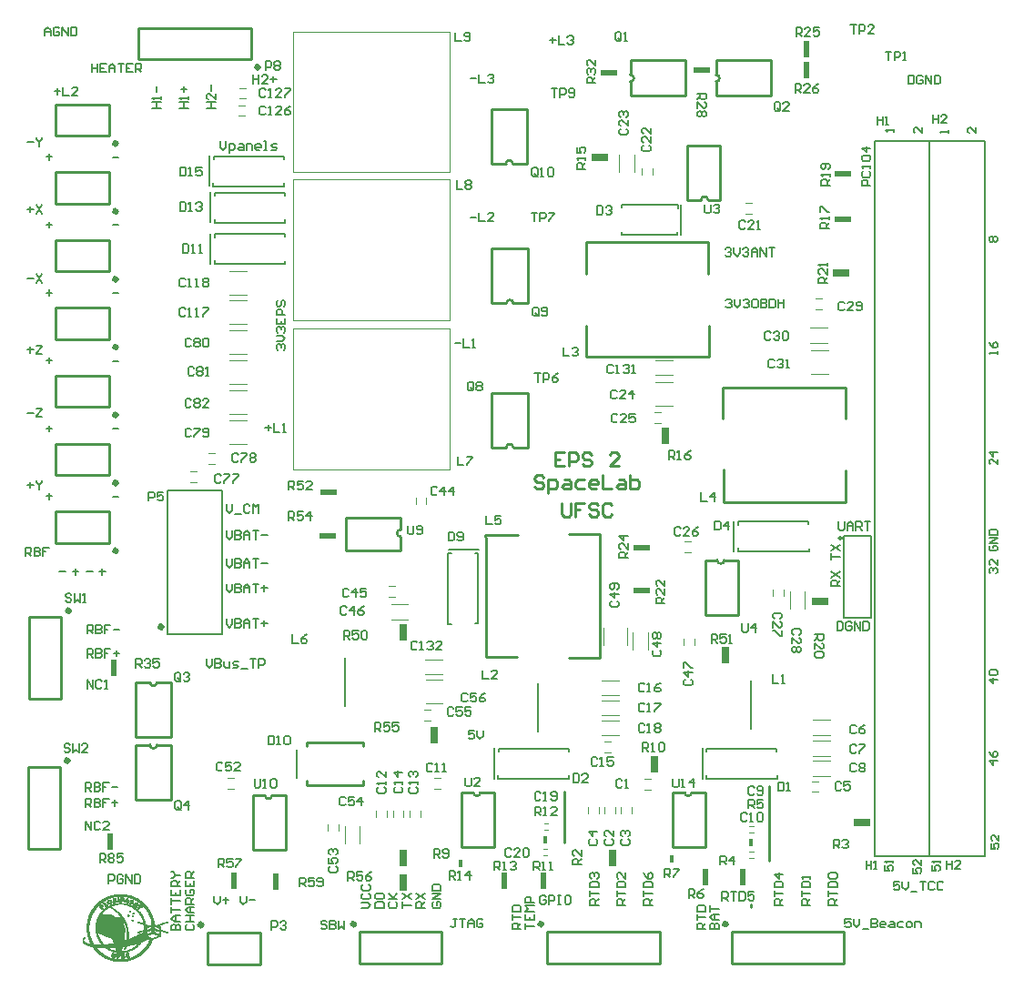
<source format=gto>
G04*
G04 #@! TF.GenerationSoftware,Altium Limited,Altium Designer,18.1.7 (191)*
G04*
G04 Layer_Color=65535*
%FSLAX25Y25*%
%MOIN*%
G70*
G01*
G75*
%ADD10C,0.01000*%
%ADD11C,0.01968*%
%ADD12C,0.01500*%
%ADD13C,0.00100*%
%ADD14C,0.00394*%
%ADD15C,0.00591*%
%ADD16C,0.00787*%
%ADD17C,0.00800*%
%ADD18R,0.02000X0.06000*%
%ADD19R,0.02500X0.06000*%
%ADD20R,0.00695X0.18012*%
%ADD21R,0.06000X0.02500*%
%ADD22R,0.06000X0.02000*%
%ADD23R,0.01300X0.03000*%
%ADD24R,0.00695X0.18012*%
%ADD25R,0.00695X0.18012*%
D10*
X244866Y66855D02*
G03*
X247366Y66855I1250J0D01*
G01*
X181894Y297249D02*
G03*
X179394Y297249I-1250J0D01*
G01*
X182051Y246052D02*
G03*
X179551Y246052I-1250J0D01*
G01*
X302317Y160014D02*
G03*
X302317Y160014I-502J0D01*
G01*
X91165Y65753D02*
G03*
X93665Y65753I1250J0D01*
G01*
X256798Y151934D02*
G03*
X259298Y151934I1250J0D01*
G01*
X140791Y163095D02*
G03*
X140791Y160595I0J-1250D01*
G01*
X224925Y327288D02*
G03*
X224925Y329788I0J1250D01*
G01*
X256303Y327288D02*
G03*
X256303Y329788I0J1250D01*
G01*
X182051Y193272D02*
G03*
X179551Y193272I-1250J0D01*
G01*
X253331Y283981D02*
G03*
X250831Y283981I-1250J0D01*
G01*
X49020Y84257D02*
G03*
X51520Y84257I1250J0D01*
G01*
X48980Y107131D02*
G03*
X51480Y107131I1250J0D01*
G01*
X167464Y66855D02*
G03*
X169964Y66855I1250J0D01*
G01*
X258720Y215234D02*
X303920D01*
Y215034D02*
Y215234D01*
X260520Y173334D02*
X303820D01*
X259020Y173234D02*
X260520Y173334D01*
X303920Y203834D02*
Y215034D01*
X303820Y173334D02*
Y184734D01*
X258720Y203834D02*
Y215234D01*
X259020Y173234D02*
Y185034D01*
X269134Y24882D02*
Y25827D01*
X252504Y46855D02*
Y66855D01*
X247386D02*
X252504D01*
X240496D02*
X244827D01*
X240496Y46855D02*
X252504D01*
X240496D02*
Y66855D01*
X275732Y41732D02*
Y69173D01*
X200732Y48449D02*
Y67165D01*
X187153Y297249D02*
Y317249D01*
X174085D02*
X187153D01*
X174085Y297249D02*
Y317249D01*
Y297249D02*
X179394D01*
X181894D02*
X187153D01*
X44886Y335503D02*
Y346934D01*
X86023D01*
X44886Y335503D02*
X86023D01*
Y346934D01*
X187311Y246052D02*
Y266052D01*
X174242D02*
X187311D01*
X174242Y246052D02*
Y266052D01*
Y246052D02*
X179551D01*
X182051D02*
X187311D01*
X171894Y161185D02*
X183694D01*
X202494Y161485D02*
X213894D01*
X171994Y116385D02*
X183394D01*
X202494Y116285D02*
X213694D01*
X171894Y161185D02*
X171994Y159685D01*
Y116385D02*
Y159685D01*
X213694Y116285D02*
X213894D01*
Y161485D01*
X14492Y158338D02*
Y169768D01*
X33976D01*
X14492Y158338D02*
X33976D01*
Y169768D01*
X98803Y45753D02*
Y65753D01*
X93685D02*
X98803D01*
X86795D02*
X91126D01*
X86795Y45753D02*
X98803D01*
X86795D02*
Y65753D01*
X264436Y131934D02*
Y151934D01*
X259318D02*
X264436D01*
X252428D02*
X256759D01*
X252428Y131934D02*
X264436D01*
X252428D02*
Y151934D01*
X14492Y232944D02*
Y244374D01*
X33976D01*
X14492Y232944D02*
X33976D01*
Y244374D01*
X120791Y155457D02*
X140791D01*
Y160575D01*
Y163135D02*
Y167465D01*
X120791Y155457D02*
Y167465D01*
X140791D01*
X127031Y69512D02*
Y71087D01*
X106559Y69512D02*
X127031D01*
X106559D02*
Y71087D01*
X127031Y83686D02*
Y85260D01*
X106559D02*
X127031D01*
X106559Y83686D02*
Y85260D01*
X224925Y322028D02*
X244925D01*
Y335097D01*
X224925D02*
X244925D01*
X224925Y329788D02*
Y335097D01*
Y322028D02*
Y327288D01*
X256303Y322028D02*
X276303D01*
Y335097D01*
X256303D02*
X276303D01*
X256303Y329788D02*
Y335097D01*
Y322028D02*
Y327288D01*
X253546Y256708D02*
Y268508D01*
X253846Y226508D02*
Y237908D01*
X208746Y257008D02*
Y268408D01*
X208646Y226708D02*
Y237908D01*
X252046Y268408D02*
X253546Y268508D01*
X208746Y268408D02*
X252046D01*
X208646Y226508D02*
Y226708D01*
Y226508D02*
X253846D01*
X187311Y193272D02*
Y213272D01*
X174242D02*
X187311D01*
X174242Y193272D02*
Y213272D01*
Y193272D02*
X179551D01*
X182051D02*
X187311D01*
X245693Y283981D02*
Y303981D01*
Y283981D02*
X250811D01*
X253370D02*
X257701D01*
X245693Y303981D02*
X257701D01*
Y283981D02*
Y303981D01*
X235634Y4257D02*
Y15687D01*
X194496Y4257D02*
X235634D01*
X194496Y15687D02*
X235634D01*
X194496Y4257D02*
Y15687D01*
X43760Y64257D02*
Y84257D01*
Y64257D02*
X56828D01*
Y84257D01*
X51520D02*
X56828D01*
X43760D02*
X49020D01*
X4728Y101186D02*
X16441D01*
X4728D02*
Y131103D01*
X16441Y101186D02*
Y131103D01*
X4728D02*
X16441D01*
X14492Y183206D02*
Y194637D01*
X33976D01*
X14492Y183206D02*
X33976D01*
Y194637D01*
X43720Y87130D02*
Y107131D01*
Y87130D02*
X56789D01*
Y107131D01*
X51480D02*
X56789D01*
X43720D02*
X48980D01*
X14492Y208075D02*
Y219506D01*
X33976D01*
X14492Y208075D02*
X33976D01*
Y219506D01*
X175102Y46855D02*
Y66855D01*
X169984D02*
X175102D01*
X163094D02*
X167425D01*
X163094Y46855D02*
X175102D01*
X163094D02*
Y66855D01*
X303193Y4257D02*
Y15687D01*
X262055Y4257D02*
X303193D01*
X262055Y15687D02*
X303193D01*
X262055Y4257D02*
Y15687D01*
X14492Y257813D02*
Y269244D01*
X33976D01*
X14492Y257813D02*
X33976D01*
Y269244D01*
X14492Y282681D02*
Y294112D01*
X33976D01*
X14492Y282681D02*
X33976D01*
Y294112D01*
X14492Y307550D02*
Y318981D01*
X33976D01*
X14492Y307550D02*
X33976D01*
Y318981D01*
X4295Y46225D02*
X16008D01*
X4295D02*
Y76142D01*
X16008Y46225D02*
Y76142D01*
X4295D02*
X16008D01*
X69968Y3981D02*
Y15412D01*
X89453D01*
X69968Y3981D02*
X89453D01*
Y15412D01*
X125874Y4256D02*
Y15969D01*
X155791D01*
X125874Y4256D02*
X155791D01*
Y15969D01*
X200684Y191445D02*
X197352D01*
Y186446D01*
X200684D01*
X197352Y188946D02*
X199018D01*
X202350Y186446D02*
Y191445D01*
X204850D01*
X205683Y190612D01*
Y188946D01*
X204850Y188113D01*
X202350D01*
X210681Y190612D02*
X209848Y191445D01*
X208182D01*
X207349Y190612D01*
Y189779D01*
X208182Y188946D01*
X209848D01*
X210681Y188113D01*
Y187279D01*
X209848Y186446D01*
X208182D01*
X207349Y187279D01*
X220678Y186446D02*
X217345D01*
X220678Y189779D01*
Y190612D01*
X219845Y191445D01*
X218179D01*
X217345Y190612D01*
X193187Y182214D02*
X192354Y183047D01*
X190688D01*
X189854Y182214D01*
Y181381D01*
X190688Y180548D01*
X192354D01*
X193187Y179715D01*
Y178881D01*
X192354Y178048D01*
X190688D01*
X189854Y178881D01*
X194853Y176382D02*
Y181381D01*
X197352D01*
X198185Y180548D01*
Y178881D01*
X197352Y178048D01*
X194853D01*
X200684Y181381D02*
X202350D01*
X203183Y180548D01*
Y178048D01*
X200684D01*
X199851Y178881D01*
X200684Y179715D01*
X203183D01*
X208182Y181381D02*
X205683D01*
X204850Y180548D01*
Y178881D01*
X205683Y178048D01*
X208182D01*
X212347D02*
X210681D01*
X209848Y178881D01*
Y180548D01*
X210681Y181381D01*
X212347D01*
X213180Y180548D01*
Y179715D01*
X209848D01*
X214846Y183047D02*
Y178048D01*
X218179D01*
X220678Y181381D02*
X222344D01*
X223177Y180548D01*
Y178048D01*
X220678D01*
X219845Y178881D01*
X220678Y179715D01*
X223177D01*
X224843Y183047D02*
Y178048D01*
X227342D01*
X228175Y178881D01*
Y179715D01*
Y180548D01*
X227342Y181381D01*
X224843D01*
X199851Y172983D02*
Y168817D01*
X200684Y167984D01*
X202350D01*
X203183Y168817D01*
Y172983D01*
X208182D02*
X204850D01*
Y170483D01*
X206516D01*
X204850D01*
Y167984D01*
X213180Y172150D02*
X212347Y172983D01*
X210681D01*
X209848Y172150D01*
Y171316D01*
X210681Y170483D01*
X212347D01*
X213180Y169650D01*
Y168817D01*
X212347Y167984D01*
X210681D01*
X209848Y168817D01*
X218179Y172150D02*
X217345Y172983D01*
X215679D01*
X214846Y172150D01*
Y168817D01*
X215679Y167984D01*
X217345D01*
X218179Y168817D01*
D11*
X88744Y332564D02*
G03*
X88744Y332564I-354J0D01*
G01*
X36697Y155398D02*
G03*
X36697Y155398I-354J0D01*
G01*
X36697Y230005D02*
G03*
X36697Y230005I-354J0D01*
G01*
X192484Y18627D02*
G03*
X192484Y18627I-354J0D01*
G01*
X19453Y133469D02*
G03*
X19453Y133469I-354J0D01*
G01*
X36697Y180267D02*
G03*
X36697Y180267I-354J0D01*
G01*
Y205136D02*
G03*
X36697Y205136I-354J0D01*
G01*
X260043Y18627D02*
G03*
X260043Y18627I-354J0D01*
G01*
X36697Y254873D02*
G03*
X36697Y254873I-354J0D01*
G01*
Y279742D02*
G03*
X36697Y279742I-354J0D01*
G01*
Y304611D02*
G03*
X36697Y304611I-354J0D01*
G01*
X19020Y78509D02*
G03*
X19020Y78509I-354J0D01*
G01*
X67957Y18351D02*
G03*
X67957Y18351I-354J0D01*
G01*
X123862Y18627D02*
G03*
X123862Y18627I-354J0D01*
G01*
D12*
X52941Y128056D02*
G03*
X53150Y128052I95J-591D01*
G01*
D13*
X36466Y29524D02*
X39766D01*
X35866Y29425D02*
X40366D01*
X35366Y29324D02*
X40866D01*
X34966Y29225D02*
X41266D01*
X34566Y29125D02*
X41666D01*
X34266Y29024D02*
X41966D01*
X33966Y28925D02*
X42266D01*
X33666Y28824D02*
X36766D01*
X39566D02*
X42566D01*
X33366Y28725D02*
X36066D01*
X40166D02*
X42866D01*
X33166Y28624D02*
X35566D01*
X40666D02*
X43066D01*
X32966Y28525D02*
X35166D01*
X41066D02*
X43266D01*
X32766Y28425D02*
X34866D01*
X37166D02*
X37466D01*
X38166D02*
X39066D01*
X41366D02*
X43466D01*
X32566Y28324D02*
X34466D01*
X37066D02*
X37566D01*
X38166D02*
X39266D01*
X41766D02*
X43666D01*
X32366Y28225D02*
X34266D01*
X35566D02*
X36266D01*
X37066D02*
X37566D01*
X38166D02*
X39366D01*
X42066D02*
X43866D01*
X32166Y28124D02*
X33966D01*
X35366D02*
X36466D01*
X37066D02*
X37566D01*
X38166D02*
X39366D01*
X40366D02*
X40766D01*
X42266D02*
X44066D01*
X31966Y28025D02*
X33666D01*
X35266D02*
X36466D01*
X37066D02*
X37566D01*
X38166D02*
X39466D01*
X40266D02*
X40766D01*
X42566D02*
X44266D01*
X31766Y27924D02*
X33466D01*
X35266D02*
X36566D01*
X37066D02*
X37566D01*
X38166D02*
X39466D01*
X40166D02*
X40866D01*
X42766D02*
X44466D01*
X31666Y27825D02*
X33266D01*
X35266D02*
X36566D01*
X37066D02*
X37566D01*
X38066D02*
X38666D01*
X38866D02*
X39466D01*
X40066D02*
X40866D01*
X42966D02*
X44566D01*
X31466Y27724D02*
X33066D01*
X35266D02*
X36566D01*
X37066D02*
X37666D01*
X38066D02*
X39466D01*
X39966D02*
X40866D01*
X43166D02*
X44766D01*
X31366Y27624D02*
X32866D01*
X33766D02*
X34366D01*
X35266D02*
X35866D01*
X35966D02*
X36566D01*
X37066D02*
X37666D01*
X38066D02*
X39366D01*
X39966D02*
X40866D01*
X41966D02*
X42366D01*
X43366D02*
X44866D01*
X31166Y27525D02*
X32666D01*
X33566D02*
X34566D01*
X35266D02*
X36566D01*
X37066D02*
X37666D01*
X38066D02*
X39366D01*
X39866D02*
X40966D01*
X41766D02*
X42666D01*
X43566D02*
X45066D01*
X31066Y27424D02*
X32466D01*
X33466D02*
X34666D01*
X35266D02*
X36466D01*
X37066D02*
X37666D01*
X38066D02*
X39266D01*
X39766D02*
X40966D01*
X41766D02*
X42866D01*
X43766D02*
X45166D01*
X30866Y27325D02*
X32266D01*
X33366D02*
X34766D01*
X35266D02*
X36466D01*
X37066D02*
X37666D01*
X38066D02*
X38666D01*
X38866D02*
X38966D01*
X39666D02*
X40966D01*
X41666D02*
X42866D01*
X43966D02*
X45366D01*
X30766Y27224D02*
X32166D01*
X33266D02*
X34866D01*
X35266D02*
X36566D01*
X37066D02*
X37666D01*
X38066D02*
X38666D01*
X39666D02*
X40966D01*
X41666D02*
X42866D01*
X44166D02*
X45466D01*
X30666Y27125D02*
X31966D01*
X33266D02*
X34866D01*
X35366D02*
X36666D01*
X37066D02*
X37666D01*
X38066D02*
X38666D01*
X39566D02*
X40966D01*
X41566D02*
X42866D01*
X44266D02*
X45566D01*
X30566Y27024D02*
X31766D01*
X33266D02*
X33866D01*
X34266D02*
X34866D01*
X35366D02*
X36666D01*
X37166D02*
X37666D01*
X38066D02*
X38666D01*
X39566D02*
X40966D01*
X41566D02*
X42266D01*
X42366D02*
X42866D01*
X44466D02*
X45766D01*
X30366Y26924D02*
X31666D01*
X33166D02*
X33766D01*
X34366D02*
X34866D01*
X35366D02*
X36766D01*
X37166D02*
X37666D01*
X38066D02*
X38566D01*
X39566D02*
X40966D01*
X41666D02*
X42466D01*
X44566D02*
X45866D01*
X30266Y26825D02*
X31466D01*
X33166D02*
X33766D01*
X34366D02*
X34966D01*
X35366D02*
X35966D01*
X36066D02*
X36766D01*
X37166D02*
X37566D01*
X38166D02*
X38566D01*
X39566D02*
X40066D01*
X40366D02*
X40966D01*
X41666D02*
X42666D01*
X44766D02*
X45966D01*
X30166Y26724D02*
X31366D01*
X33166D02*
X33766D01*
X34366D02*
X34866D01*
X35466D02*
X35966D01*
X36266D02*
X36666D01*
X39566D02*
X39966D01*
X40466D02*
X40966D01*
X41766D02*
X42666D01*
X44866D02*
X46066D01*
X30066Y26625D02*
X31266D01*
X31866D02*
X32266D01*
X33166D02*
X33866D01*
X34266D02*
X34866D01*
X35466D02*
X35966D01*
X40466D02*
X40966D01*
X41466D02*
X41866D01*
X41966D02*
X42666D01*
X43966D02*
X44366D01*
X44966D02*
X46166D01*
X29966Y26524D02*
X31066D01*
X31866D02*
X32366D01*
X33266D02*
X33966D01*
X34166D02*
X34866D01*
X35566D02*
X35766D01*
X40466D02*
X40966D01*
X41366D02*
X42666D01*
X43766D02*
X44366D01*
X45166D02*
X46366D01*
X29766Y26425D02*
X30966D01*
X31866D02*
X32366D01*
X33266D02*
X34866D01*
X37866D02*
X38366D01*
X41366D02*
X42666D01*
X43566D02*
X44366D01*
X45266D02*
X46466D01*
X29666Y26324D02*
X30866D01*
X31866D02*
X32466D01*
X33366D02*
X34766D01*
X36766D02*
X39566D01*
X41366D02*
X42666D01*
X43466D02*
X44366D01*
X45366D02*
X46566D01*
X29566Y26224D02*
X30766D01*
X31866D02*
X32566D01*
X33366D02*
X34666D01*
X36166D02*
X40066D01*
X41366D02*
X42566D01*
X43266D02*
X44366D01*
X45466D02*
X46666D01*
X29466Y26125D02*
X30566D01*
X31966D02*
X32666D01*
X33466D02*
X34566D01*
X35766D02*
X40466D01*
X41566D02*
X42566D01*
X43166D02*
X44366D01*
X45666D02*
X46766D01*
X29366Y26024D02*
X30466D01*
X31966D02*
X32666D01*
X33666D02*
X34466D01*
X35466D02*
X40866D01*
X41766D02*
X42466D01*
X42966D02*
X44366D01*
X45766D02*
X46866D01*
X29266Y25925D02*
X30366D01*
X30966D02*
X31466D01*
X32066D02*
X32766D01*
X35166D02*
X37066D01*
X39266D02*
X41166D01*
X42866D02*
X44366D01*
X45866D02*
X46966D01*
X29166Y25824D02*
X30266D01*
X30866D02*
X31566D01*
X32066D02*
X33366D01*
X34866D02*
X36466D01*
X39866D02*
X41366D01*
X42766D02*
X44266D01*
X44966D02*
X45366D01*
X45966D02*
X47066D01*
X29066Y25725D02*
X30166D01*
X30666D02*
X31566D01*
X32166D02*
X33366D01*
X34566D02*
X36066D01*
X40266D02*
X41666D01*
X42766D02*
X44266D01*
X44866D02*
X45466D01*
X46066D02*
X47166D01*
X28966Y25624D02*
X30066D01*
X30566D02*
X31466D01*
X32266D02*
X33366D01*
X34366D02*
X35666D01*
X40666D02*
X41866D01*
X42766D02*
X44266D01*
X44866D02*
X45566D01*
X46166D02*
X47266D01*
X28966Y25524D02*
X29966D01*
X30466D02*
X31366D01*
X32266D02*
X33266D01*
X34166D02*
X35366D01*
X40966D02*
X42066D01*
X42766D02*
X43266D01*
X43366D02*
X44266D01*
X44866D02*
X45766D01*
X46266D02*
X47366D01*
X28866Y25424D02*
X29866D01*
X30466D02*
X31766D01*
X32366D02*
X33266D01*
X33966D02*
X35066D01*
X41266D02*
X42266D01*
X43566D02*
X44266D01*
X44966D02*
X45766D01*
X46366D02*
X47366D01*
X28766Y25324D02*
X29766D01*
X30466D02*
X31766D01*
X32466D02*
X33066D01*
X33766D02*
X34766D01*
X41466D02*
X42466D01*
X43566D02*
X44166D01*
X44966D02*
X45866D01*
X46466D02*
X47466D01*
X28666Y25224D02*
X29666D01*
X30466D02*
X31766D01*
X32466D02*
X32966D01*
X33566D02*
X34566D01*
X41666D02*
X42666D01*
X43566D02*
X44166D01*
X44866D02*
X45966D01*
X46566D02*
X47566D01*
X28566Y25124D02*
X29566D01*
X30466D02*
X31766D01*
X33366D02*
X34366D01*
X41866D02*
X42866D01*
X43566D02*
X44166D01*
X44766D02*
X45966D01*
X46666D02*
X47666D01*
X28466Y25024D02*
X29466D01*
X30466D02*
X31666D01*
X33266D02*
X34366D01*
X42066D02*
X42966D01*
X43666D02*
X44066D01*
X44666D02*
X45966D01*
X46766D02*
X47766D01*
X28466Y24924D02*
X29366D01*
X30566D02*
X31566D01*
X33066D02*
X33966D01*
X34066D02*
X34666D01*
X42266D02*
X43166D01*
X43766D02*
X43966D01*
X44566D02*
X45966D01*
X46866D02*
X47866D01*
X28366Y24824D02*
X29366D01*
X30666D02*
X31466D01*
X32966D02*
X33766D01*
X34366D02*
X34866D01*
X42466D02*
X43266D01*
X44466D02*
X45366D01*
X46966D02*
X47866D01*
X28266Y24724D02*
X29266D01*
X30766D02*
X31566D01*
X32766D02*
X33566D01*
X34566D02*
X35066D01*
X42666D02*
X43466D01*
X44466D02*
X45266D01*
X46966D02*
X47966D01*
X28166Y24624D02*
X29166D01*
X30866D02*
X31666D01*
X32666D02*
X33466D01*
X34766D02*
X35166D01*
X42766D02*
X43566D01*
X44366D02*
X45166D01*
X47066D02*
X48066D01*
X28166Y24524D02*
X29066D01*
X30966D02*
X31666D01*
X32566D02*
X33266D01*
X34866D02*
X35366D01*
X42966D02*
X43666D01*
X44366D02*
X45066D01*
X47166D02*
X48166D01*
X28066Y24424D02*
X28966D01*
X31066D02*
X31666D01*
X32366D02*
X33166D01*
X35066D02*
X35566D01*
X43066D02*
X43866D01*
X44366D02*
X44966D01*
X47266D02*
X48166D01*
X27966Y24324D02*
X28966D01*
X31066D02*
X31666D01*
X32266D02*
X32966D01*
X35266D02*
X35666D01*
X43166D02*
X43966D01*
X44466D02*
X44866D01*
X47366D02*
X48266D01*
X27866Y24224D02*
X28866D01*
X31166D02*
X31666D01*
X32166D02*
X32866D01*
X35366D02*
X35866D01*
X43366D02*
X44066D01*
X47366D02*
X48366D01*
X27866Y24124D02*
X28766D01*
X32066D02*
X32766D01*
X35566D02*
X35966D01*
X43466D02*
X44166D01*
X47466D02*
X48366D01*
X27766Y24024D02*
X28666D01*
X31966D02*
X32666D01*
X35666D02*
X36066D01*
X43566D02*
X44266D01*
X47566D02*
X48466D01*
X27766Y23924D02*
X28666D01*
X31866D02*
X32566D01*
X35766D02*
X36266D01*
X43666D02*
X44366D01*
X47666D02*
X48566D01*
X27666Y23824D02*
X28566D01*
X31766D02*
X32466D01*
X35966D02*
X36366D01*
X43866D02*
X44466D01*
X47666D02*
X48566D01*
X27566Y23724D02*
X28466D01*
X31666D02*
X32366D01*
X36066D02*
X36566D01*
X43966D02*
X44566D01*
X47766D02*
X48666D01*
X27566Y23624D02*
X28466D01*
X31566D02*
X32166D01*
X36166D02*
X36666D01*
X44066D02*
X44666D01*
X47866D02*
X48766D01*
X27466Y23524D02*
X28366D01*
X31466D02*
X32066D01*
X36266D02*
X36766D01*
X41366D02*
X41466D01*
X44166D02*
X44766D01*
X47866D02*
X48766D01*
X27466Y23424D02*
X28266D01*
X31366D02*
X31966D01*
X36366D02*
X36866D01*
X41266D02*
X41666D01*
X44266D02*
X44866D01*
X47966D02*
X48866D01*
X27366Y23324D02*
X28266D01*
X31266D02*
X31866D01*
X36566D02*
X37066D01*
X41266D02*
X41766D01*
X44366D02*
X44966D01*
X48066D02*
X48866D01*
X27266Y23224D02*
X28166D01*
X31166D02*
X31766D01*
X36666D02*
X37166D01*
X41266D02*
X41766D01*
X44466D02*
X45066D01*
X48066D02*
X48966D01*
X27266Y23124D02*
X28166D01*
X31066D02*
X31666D01*
X36766D02*
X37266D01*
X41266D02*
X41666D01*
X44566D02*
X45166D01*
X48166D02*
X48966D01*
X27166Y23024D02*
X28066D01*
X30966D02*
X31666D01*
X36866D02*
X37366D01*
X41466D02*
X41666D01*
X44666D02*
X45266D01*
X48166D02*
X49066D01*
X27166Y22924D02*
X27966D01*
X30966D02*
X31566D01*
X36966D02*
X37466D01*
X44666D02*
X45366D01*
X48266D02*
X49066D01*
X27066Y22824D02*
X27966D01*
X30866D02*
X31466D01*
X37066D02*
X37566D01*
X42666D02*
X42966D01*
X44766D02*
X45366D01*
X48266D02*
X49166D01*
X27066Y22724D02*
X27866D01*
X30766D02*
X31366D01*
X37166D02*
X37666D01*
X42666D02*
X43066D01*
X44866D02*
X45466D01*
X48366D02*
X49166D01*
X26966Y22624D02*
X27866D01*
X30666D02*
X31266D01*
X37266D02*
X37766D01*
X42566D02*
X43066D01*
X44966D02*
X45566D01*
X48466D02*
X49266D01*
X26966Y22524D02*
X27766D01*
X30666D02*
X31166D01*
X37366D02*
X37866D01*
X42566D02*
X43066D01*
X45066D02*
X45666D01*
X48466D02*
X49266D01*
X26866Y22424D02*
X27766D01*
X30566D02*
X31166D01*
X37466D02*
X37966D01*
X42766D02*
X42966D01*
X45066D02*
X45666D01*
X48566D02*
X49366D01*
X26866Y22324D02*
X27666D01*
X30466D02*
X31066D01*
X37566D02*
X38066D01*
X45166D02*
X45766D01*
X48566D02*
X49366D01*
X26766Y22224D02*
X27666D01*
X30466D02*
X30966D01*
X37566D02*
X38166D01*
X45266D02*
X45866D01*
X48666D02*
X49466D01*
X26766Y22124D02*
X27566D01*
X30366D02*
X30866D01*
X31866D02*
X32866D01*
X34066D02*
X34566D01*
X37666D02*
X38266D01*
X45366D02*
X45866D01*
X48666D02*
X49466D01*
X26766Y22024D02*
X27566D01*
X30266D02*
X30866D01*
X31466D02*
X33466D01*
X33766D02*
X34766D01*
X37766D02*
X38366D01*
X40766D02*
X40966D01*
X45366D02*
X45966D01*
X48766D02*
X49566D01*
X26666Y21924D02*
X27566D01*
X30266D02*
X30766D01*
X31066D02*
X34966D01*
X37866D02*
X38366D01*
X40666D02*
X41166D01*
X45466D02*
X45966D01*
X48766D02*
X49566D01*
X26666Y21824D02*
X27466D01*
X30166D02*
X35166D01*
X37966D02*
X38466D01*
X40666D02*
X41266D01*
X42366D02*
X42766D01*
X45566D02*
X46066D01*
X48766D02*
X49566D01*
X26566Y21724D02*
X27466D01*
X30166D02*
X35366D01*
X38066D02*
X38566D01*
X40666D02*
X41266D01*
X42266D02*
X42766D01*
X45566D02*
X46166D01*
X48866D02*
X49666D01*
X26566Y21624D02*
X27366D01*
X30066D02*
X35566D01*
X38166D02*
X38666D01*
X40666D02*
X41166D01*
X42366D02*
X42666D01*
X45666D02*
X46166D01*
X48866D02*
X49666D01*
X26566Y21524D02*
X27366D01*
X30066D02*
X35766D01*
X38166D02*
X38766D01*
X40866D02*
X41066D01*
X42466D02*
X42666D01*
X45666D02*
X46266D01*
X48966D02*
X49766D01*
X26466Y21424D02*
X27266D01*
X29966D02*
X35866D01*
X38266D02*
X38766D01*
X45766D02*
X46266D01*
X48966D02*
X49766D01*
X26466Y21324D02*
X27266D01*
X29966D02*
X36166D01*
X38366D02*
X38866D01*
X45866D02*
X46366D01*
X48966D02*
X49766D01*
X26466Y21224D02*
X27266D01*
X29866D02*
X37766D01*
X38466D02*
X38966D01*
X45866D02*
X46366D01*
X49066D02*
X49866D01*
X26366Y21124D02*
X27166D01*
X29866D02*
X38166D01*
X38466D02*
X38966D01*
X45866D02*
X46466D01*
X49066D02*
X49866D01*
X26366Y21024D02*
X27166D01*
X29766D02*
X38266D01*
X38566D02*
X39066D01*
X45966D02*
X46466D01*
X49166D02*
X49866D01*
X26366Y20924D02*
X27166D01*
X29766D02*
X38366D01*
X38666D02*
X39166D01*
X45966D02*
X46466D01*
X49166D02*
X49966D01*
X26366Y20824D02*
X27066D01*
X29666D02*
X38466D01*
X38666D02*
X39166D01*
X46066D02*
X46566D01*
X49166D02*
X49966D01*
X26266Y20724D02*
X27066D01*
X29666D02*
X38466D01*
X38766D02*
X39266D01*
X46066D02*
X46566D01*
X49266D02*
X49966D01*
X26266Y20624D02*
X27066D01*
X29666D02*
X38566D01*
X38866D02*
X39366D01*
X46166D02*
X46666D01*
X49266D02*
X49966D01*
X26266Y20524D02*
X26966D01*
X29566D02*
X38666D01*
X38866D02*
X39366D01*
X46166D02*
X46666D01*
X49266D02*
X50066D01*
X26166Y20424D02*
X26966D01*
X29566D02*
X38666D01*
X38966D02*
X39466D01*
X46166D02*
X46666D01*
X49266D02*
X50066D01*
X26166Y20324D02*
X26966D01*
X29566D02*
X38766D01*
X39066D02*
X39466D01*
X42366D02*
X42666D01*
X46266D02*
X46766D01*
X49366D02*
X50066D01*
X26166Y20224D02*
X26966D01*
X29466D02*
X38766D01*
X39066D02*
X39566D01*
X42266D02*
X42766D01*
X46266D02*
X46766D01*
X49366D02*
X50066D01*
X26166Y20124D02*
X26866D01*
X29466D02*
X38866D01*
X39166D02*
X39566D01*
X42266D02*
X42866D01*
X46266D02*
X46766D01*
X49366D02*
X50166D01*
X26066Y20024D02*
X26866D01*
X29466D02*
X38866D01*
X39166D02*
X39666D01*
X42166D02*
X42866D01*
X46366D02*
X46866D01*
X49366D02*
X50166D01*
X26066Y19924D02*
X26866D01*
X29366D02*
X38866D01*
X39266D02*
X39666D01*
X42266D02*
X42766D01*
X46366D02*
X46866D01*
X49466D02*
X50166D01*
X26066Y19824D02*
X26866D01*
X29366D02*
X38966D01*
X39266D02*
X39766D01*
X42466D02*
X42666D01*
X46366D02*
X46866D01*
X49466D02*
X50166D01*
X26066Y19724D02*
X26766D01*
X29366D02*
X38966D01*
X39366D02*
X39766D01*
X46466D02*
X46966D01*
X49466D02*
X50266D01*
X26066Y19624D02*
X26766D01*
X29266D02*
X38966D01*
X39366D02*
X39866D01*
X46466D02*
X46966D01*
X49466D02*
X50266D01*
X25966Y19524D02*
X26766D01*
X29266D02*
X38966D01*
X39466D02*
X39866D01*
X46466D02*
X46966D01*
X49566D02*
X50266D01*
X54966D02*
X55366D01*
X25966Y19424D02*
X26766D01*
X29266D02*
X38966D01*
X39466D02*
X39966D01*
X44466D02*
X44966D01*
X46466D02*
X46966D01*
X49566D02*
X50266D01*
X54666D02*
X55366D01*
X25966Y19324D02*
X26766D01*
X29266D02*
X39066D01*
X39566D02*
X39966D01*
X44566D02*
X45266D01*
X46566D02*
X47066D01*
X49566D02*
X50266D01*
X54366D02*
X55266D01*
X25966Y19224D02*
X26666D01*
X29266D02*
X39066D01*
X39566D02*
X40066D01*
X44766D02*
X45566D01*
X46566D02*
X47066D01*
X49566D02*
X50266D01*
X54066D02*
X55066D01*
X25966Y19124D02*
X26666D01*
X29166D02*
X39066D01*
X39666D02*
X40066D01*
X44966D02*
X45866D01*
X46566D02*
X47066D01*
X49566D02*
X50366D01*
X53766D02*
X54866D01*
X25966Y19024D02*
X26666D01*
X29166D02*
X39066D01*
X39666D02*
X40166D01*
X45266D02*
X46066D01*
X46666D02*
X47066D01*
X49566D02*
X50366D01*
X53566D02*
X54466D01*
X25866Y18924D02*
X26666D01*
X29166D02*
X39066D01*
X39766D02*
X40166D01*
X45466D02*
X46366D01*
X46666D02*
X47066D01*
X49566D02*
X50366D01*
X53266D02*
X54166D01*
X25866Y18824D02*
X26666D01*
X29166D02*
X39066D01*
X39766D02*
X40166D01*
X45766D02*
X47066D01*
X49666D02*
X50366D01*
X53066D02*
X53966D01*
X25866Y18724D02*
X26666D01*
X29166D02*
X39066D01*
X39766D02*
X40266D01*
X46066D02*
X47166D01*
X49666D02*
X50366D01*
X52766D02*
X53666D01*
X25866Y18624D02*
X26666D01*
X29066D02*
X39166D01*
X39866D02*
X40266D01*
X46366D02*
X47266D01*
X49666D02*
X50366D01*
X52466D02*
X53366D01*
X25866Y18524D02*
X26566D01*
X29066D02*
X39166D01*
X39866D02*
X40366D01*
X46566D02*
X47466D01*
X49566D02*
X50366D01*
X52166D02*
X53166D01*
X25866Y18424D02*
X26566D01*
X29066D02*
X39166D01*
X39966D02*
X40366D01*
X46766D02*
X47766D01*
X49266D02*
X50666D01*
X51866D02*
X52866D01*
X25866Y18324D02*
X26566D01*
X29066D02*
X29466D01*
X29666D02*
X39266D01*
X39966D02*
X40366D01*
X46766D02*
X48066D01*
X48966D02*
X49766D01*
X49866D02*
X50066D01*
X50166D02*
X50966D01*
X51566D02*
X52566D01*
X25866Y18224D02*
X26566D01*
X29066D02*
X29466D01*
X29766D02*
X39266D01*
X39966D02*
X40466D01*
X46766D02*
X47166D01*
X47366D02*
X48266D01*
X48566D02*
X49666D01*
X49866D02*
X50066D01*
X50466D02*
X52266D01*
X25866Y18124D02*
X26566D01*
X29066D02*
X29466D01*
X29766D02*
X39266D01*
X40066D02*
X40466D01*
X46766D02*
X47166D01*
X47566D02*
X49666D01*
X49866D02*
X50066D01*
X50166D02*
X50666D01*
X50766D02*
X52066D01*
X25866Y18024D02*
X26566D01*
X29066D02*
X29466D01*
X29766D02*
X39366D01*
X40066D02*
X40466D01*
X46766D02*
X47166D01*
X47866D02*
X48766D01*
X48866D02*
X49666D01*
X49866D02*
X50066D01*
X50166D02*
X50966D01*
X51066D02*
X51766D01*
X25866Y17924D02*
X26566D01*
X29066D02*
X29466D01*
X29666D02*
X39366D01*
X40066D02*
X40566D01*
X46766D02*
X47166D01*
X48066D02*
X49366D01*
X49466D02*
X49666D01*
X49866D02*
X50066D01*
X50166D02*
X51266D01*
X51366D02*
X52066D01*
X25866Y17824D02*
X26566D01*
X29066D02*
X29466D01*
X29666D02*
X39366D01*
X40166D02*
X40566D01*
X46766D02*
X47266D01*
X47766D02*
X49066D01*
X49466D02*
X49666D01*
X49866D02*
X50066D01*
X50166D02*
X50466D01*
X50866D02*
X52366D01*
X25766Y17724D02*
X26566D01*
X29066D02*
X29466D01*
X29566D02*
X39466D01*
X40166D02*
X40566D01*
X46766D02*
X47266D01*
X47466D02*
X48766D01*
X49466D02*
X49666D01*
X49866D02*
X50066D01*
X50166D02*
X50466D01*
X51066D02*
X52666D01*
X25766Y17624D02*
X26566D01*
X29066D02*
X29466D01*
X29566D02*
X39466D01*
X40166D02*
X40566D01*
X46766D02*
X48466D01*
X49466D02*
X49666D01*
X49866D02*
X50066D01*
X50166D02*
X50466D01*
X51366D02*
X52766D01*
X25766Y17524D02*
X26566D01*
X29066D02*
X39566D01*
X40166D02*
X40666D01*
X46766D02*
X48166D01*
X49466D02*
X49666D01*
X49866D02*
X50066D01*
X50266D02*
X50466D01*
X51666D02*
X52366D01*
X52466D02*
X52866D01*
X25766Y17424D02*
X26566D01*
X29066D02*
X39566D01*
X40266D02*
X40666D01*
X46766D02*
X47966D01*
X49366D02*
X49666D01*
X49866D02*
X50066D01*
X50266D02*
X50466D01*
X51966D02*
X52466D01*
X52566D02*
X52866D01*
X25766Y17324D02*
X26566D01*
X28966D02*
X39566D01*
X40266D02*
X40666D01*
X46766D02*
X47666D01*
X49366D02*
X49666D01*
X49866D02*
X50066D01*
X50266D02*
X50466D01*
X52166D02*
X52466D01*
X52666D02*
X52866D01*
X25766Y17224D02*
X26566D01*
X28966D02*
X39566D01*
X40266D02*
X40666D01*
X46766D02*
X47566D01*
X49266D02*
X49566D01*
X49866D02*
X50066D01*
X50266D02*
X50566D01*
X52266D02*
X52466D01*
X52666D02*
X52866D01*
X25766Y17124D02*
X26566D01*
X28966D02*
X39666D01*
X40266D02*
X40766D01*
X46766D02*
X47266D01*
X47366D02*
X47566D01*
X49166D02*
X49566D01*
X49866D02*
X50066D01*
X50366D02*
X50666D01*
X52266D02*
X52466D01*
X52666D02*
X52866D01*
X25866Y17024D02*
X26566D01*
X29066D02*
X39666D01*
X40366D02*
X40766D01*
X46766D02*
X47266D01*
X47366D02*
X47566D01*
X49166D02*
X49466D01*
X49866D02*
X50066D01*
X50366D02*
X50766D01*
X52266D02*
X52466D01*
X52666D02*
X52866D01*
X25866Y16924D02*
X26566D01*
X29066D02*
X39666D01*
X40366D02*
X40766D01*
X46766D02*
X47266D01*
X47366D02*
X47566D01*
X48966D02*
X49366D01*
X49866D02*
X50066D01*
X50466D02*
X50866D01*
X52266D02*
X52466D01*
X52666D02*
X52866D01*
X25866Y16824D02*
X26566D01*
X29066D02*
X39766D01*
X40366D02*
X40766D01*
X46766D02*
X47266D01*
X47366D02*
X47666D01*
X48766D02*
X49266D01*
X49466D02*
X49666D01*
X49866D02*
X50066D01*
X50566D02*
X51066D01*
X52266D02*
X52466D01*
X52666D02*
X52866D01*
X25866Y16724D02*
X26566D01*
X29066D02*
X29466D01*
X29566D02*
X39766D01*
X40366D02*
X40766D01*
X46766D02*
X47266D01*
X47366D02*
X47666D01*
X48466D02*
X49666D01*
X49866D02*
X50066D01*
X50166D02*
X51366D01*
X52266D02*
X52466D01*
X52666D02*
X52866D01*
X25866Y16624D02*
X26566D01*
X29066D02*
X29466D01*
X29566D02*
X39766D01*
X40366D02*
X40866D01*
X46766D02*
X47266D01*
X47366D02*
X47766D01*
X48166D02*
X49666D01*
X49866D02*
X50066D01*
X50166D02*
X51666D01*
X52066D02*
X52466D01*
X52666D02*
X52866D01*
X25866Y16524D02*
X26566D01*
X29066D02*
X29466D01*
X29566D02*
X39766D01*
X40466D02*
X40866D01*
X46666D02*
X47266D01*
X47466D02*
X49266D01*
X49466D02*
X49666D01*
X49866D02*
X50066D01*
X50166D02*
X50466D01*
X50566D02*
X52466D01*
X52666D02*
X53066D01*
X25866Y16424D02*
X26566D01*
X29066D02*
X29566D01*
X29666D02*
X39766D01*
X40466D02*
X40866D01*
X46366D02*
X47266D01*
X47566D02*
X48966D01*
X49466D02*
X49666D01*
X49866D02*
X50066D01*
X50166D02*
X50466D01*
X50866D02*
X52266D01*
X52666D02*
X53366D01*
X25866Y16324D02*
X26566D01*
X29066D02*
X29566D01*
X29666D02*
X39766D01*
X40466D02*
X40866D01*
X46066D02*
X47266D01*
X47866D02*
X48666D01*
X49366D02*
X49666D01*
X49866D02*
X50066D01*
X50166D02*
X50466D01*
X51166D02*
X52066D01*
X52666D02*
X53666D01*
X25866Y16224D02*
X26566D01*
X29066D02*
X29566D01*
X29666D02*
X39766D01*
X40466D02*
X40866D01*
X45766D02*
X47266D01*
X47666D02*
X48466D01*
X49366D02*
X49666D01*
X49866D02*
X50066D01*
X50166D02*
X50466D01*
X51466D02*
X52166D01*
X52666D02*
X52866D01*
X52966D02*
X53966D01*
X25866Y16124D02*
X26566D01*
X29066D02*
X29566D01*
X29766D02*
X39766D01*
X40466D02*
X40866D01*
X45466D02*
X46466D01*
X46666D02*
X47266D01*
X47466D02*
X48166D01*
X49366D02*
X49666D01*
X49866D02*
X50066D01*
X50266D02*
X50466D01*
X51666D02*
X52466D01*
X52666D02*
X52866D01*
X53166D02*
X54266D01*
X25866Y16024D02*
X26566D01*
X29066D02*
X29566D01*
X29766D02*
X39766D01*
X40466D02*
X40866D01*
X45166D02*
X46166D01*
X46666D02*
X47266D01*
X47366D02*
X47866D01*
X49366D02*
X49666D01*
X49866D02*
X50066D01*
X50266D02*
X50466D01*
X51966D02*
X52466D01*
X52666D02*
X52866D01*
X53466D02*
X54566D01*
X25866Y15924D02*
X26666D01*
X29166D02*
X29566D01*
X29866D02*
X39766D01*
X40466D02*
X40966D01*
X44966D02*
X45866D01*
X46666D02*
X47266D01*
X47366D02*
X47666D01*
X49366D02*
X49566D01*
X49866D02*
X50066D01*
X50266D02*
X50566D01*
X52266D02*
X52466D01*
X52666D02*
X52866D01*
X53866D02*
X54866D01*
X25866Y15824D02*
X26666D01*
X29166D02*
X29666D01*
X29866D02*
X39666D01*
X40466D02*
X40966D01*
X44666D02*
X45566D01*
X46566D02*
X47266D01*
X47366D02*
X47666D01*
X49266D02*
X49566D01*
X49866D02*
X50066D01*
X50266D02*
X50566D01*
X52266D02*
X52466D01*
X52666D02*
X52866D01*
X54066D02*
X55066D01*
X25966Y15724D02*
X26666D01*
X29166D02*
X29666D01*
X29866D02*
X39666D01*
X40566D02*
X40966D01*
X44466D02*
X45366D01*
X46366D02*
X47266D01*
X47366D02*
X47666D01*
X49266D02*
X49566D01*
X49866D02*
X50066D01*
X50366D02*
X50666D01*
X52266D02*
X52466D01*
X52666D02*
X52866D01*
X54366D02*
X55266D01*
X25966Y15624D02*
X26666D01*
X29166D02*
X29666D01*
X29966D02*
X39566D01*
X40566D02*
X40966D01*
X44466D02*
X45066D01*
X46266D02*
X47266D01*
X47366D02*
X47666D01*
X49166D02*
X49466D01*
X49866D02*
X50066D01*
X50366D02*
X50766D01*
X52266D02*
X52466D01*
X52666D02*
X52866D01*
X54666D02*
X55366D01*
X25966Y15524D02*
X26666D01*
X29166D02*
X29666D01*
X30066D02*
X39466D01*
X40566D02*
X40966D01*
X46066D02*
X47266D01*
X47366D02*
X47566D01*
X48966D02*
X49366D01*
X49866D02*
X50066D01*
X50466D02*
X50966D01*
X52266D02*
X52466D01*
X52666D02*
X52866D01*
X54966D02*
X55366D01*
X25966Y15424D02*
X26666D01*
X29166D02*
X29666D01*
X30266D02*
X39366D01*
X40566D02*
X40966D01*
X45966D02*
X47266D01*
X47366D02*
X47566D01*
X48766D02*
X49266D01*
X49666D02*
X50166D01*
X50566D02*
X51166D01*
X52266D02*
X52466D01*
X52666D02*
X52866D01*
X25966Y15324D02*
X26666D01*
X29266D02*
X29766D01*
X30466D02*
X39366D01*
X40566D02*
X40966D01*
X45766D02*
X47266D01*
X47366D02*
X47666D01*
X48466D02*
X49166D01*
X49366D02*
X50466D01*
X50766D02*
X51466D01*
X52266D02*
X52466D01*
X52666D02*
X52866D01*
X25966Y15224D02*
X26766D01*
X29266D02*
X29766D01*
X30666D02*
X39366D01*
X40566D02*
X40966D01*
X45566D02*
X47266D01*
X47366D02*
X47766D01*
X48166D02*
X48866D01*
X49066D02*
X49866D01*
X49966D02*
X50766D01*
X50966D02*
X51666D01*
X52066D02*
X52466D01*
X52666D02*
X52866D01*
X26066Y15124D02*
X26766D01*
X29266D02*
X29766D01*
X30966D02*
X39366D01*
X40566D02*
X40966D01*
X45366D02*
X47266D01*
X47466D02*
X48666D01*
X48866D02*
X49566D01*
X50266D02*
X50966D01*
X51266D02*
X52466D01*
X52666D02*
X52866D01*
X26066Y15024D02*
X26766D01*
X29266D02*
X29766D01*
X31166D02*
X39366D01*
X40566D02*
X40966D01*
X45166D02*
X47266D01*
X47666D02*
X48366D01*
X48566D02*
X49266D01*
X50566D02*
X51266D01*
X51466D02*
X52266D01*
X52666D02*
X52866D01*
X26066Y14924D02*
X26766D01*
X29366D02*
X29866D01*
X31366D02*
X39366D01*
X40566D02*
X40966D01*
X44966D02*
X47266D01*
X48266D02*
X49066D01*
X50866D02*
X51566D01*
X51866D02*
X51966D01*
X52666D02*
X52866D01*
X26066Y14824D02*
X26766D01*
X29366D02*
X29866D01*
X31566D02*
X39366D01*
X40566D02*
X40966D01*
X44766D02*
X47266D01*
X47966D02*
X48766D01*
X51066D02*
X51866D01*
X52666D02*
X52866D01*
X26066Y14724D02*
X26866D01*
X29366D02*
X29866D01*
X31766D02*
X39366D01*
X40566D02*
X40966D01*
X44566D02*
X47266D01*
X47666D02*
X48466D01*
X51366D02*
X52166D01*
X52566D02*
X52866D01*
X26166Y14624D02*
X26866D01*
X29466D02*
X29866D01*
X31966D02*
X39366D01*
X40566D02*
X40966D01*
X44366D02*
X47266D01*
X47466D02*
X48166D01*
X51666D02*
X52366D01*
X52566D02*
X52866D01*
X26166Y14524D02*
X26866D01*
X29466D02*
X29966D01*
X32266D02*
X39366D01*
X40566D02*
X40966D01*
X44166D02*
X47866D01*
X51966D02*
X52866D01*
X26166Y14424D02*
X26866D01*
X29466D02*
X29966D01*
X32466D02*
X39366D01*
X40566D02*
X40966D01*
X43966D02*
X47666D01*
X52166D02*
X52866D01*
X26166Y14324D02*
X26966D01*
X29566D02*
X29966D01*
X32666D02*
X39366D01*
X40566D02*
X40966D01*
X43766D02*
X47566D01*
X52266D02*
X52766D01*
X26266Y14224D02*
X26966D01*
X29566D02*
X30066D01*
X32866D02*
X39366D01*
X40566D02*
X40966D01*
X43566D02*
X47866D01*
X51966D02*
X52666D01*
X26266Y14124D02*
X26966D01*
X29566D02*
X30066D01*
X33166D02*
X39366D01*
X40566D02*
X40966D01*
X43366D02*
X48166D01*
X51666D02*
X52466D01*
X26266Y14024D02*
X27066D01*
X29666D02*
X30166D01*
X33366D02*
X39366D01*
X40566D02*
X40966D01*
X43166D02*
X48366D01*
X51466D02*
X52166D01*
X25066Y13924D02*
X25166D01*
X26266D02*
X27066D01*
X29666D02*
X30166D01*
X33666D02*
X39366D01*
X40566D02*
X40966D01*
X42866D02*
X48666D01*
X51166D02*
X51866D01*
X24866Y13824D02*
X25166D01*
X26366D02*
X27066D01*
X29766D02*
X30166D01*
X33966D02*
X39366D01*
X40566D02*
X40966D01*
X42666D02*
X48966D01*
X50866D02*
X51666D01*
X24766Y13724D02*
X25066D01*
X26366D02*
X27166D01*
X29766D02*
X30266D01*
X34366D02*
X39366D01*
X40566D02*
X40966D01*
X42466D02*
X49166D01*
X50566D02*
X51366D01*
X24666Y13624D02*
X24966D01*
X26366D02*
X27166D01*
X29866D02*
X30266D01*
X34766D02*
X39366D01*
X40566D02*
X40966D01*
X42166D02*
X48866D01*
X49066D02*
X49466D01*
X50366D02*
X51066D01*
X24566Y13524D02*
X24866D01*
X26466D02*
X27166D01*
X29866D02*
X30366D01*
X35066D02*
X39366D01*
X40566D02*
X40966D01*
X41966D02*
X48766D01*
X49066D02*
X50766D01*
X24466Y13424D02*
X24866D01*
X26466D02*
X27266D01*
X29866D02*
X30366D01*
X35066D02*
X39366D01*
X40566D02*
X40866D01*
X41666D02*
X48566D01*
X49066D02*
X50566D01*
X24466Y13324D02*
X24766D01*
X26466D02*
X27266D01*
X29966D02*
X30466D01*
X35066D02*
X39366D01*
X40566D02*
X40866D01*
X41466D02*
X48366D01*
X48966D02*
X50166D01*
X24366Y13224D02*
X24666D01*
X26566D02*
X27266D01*
X29966D02*
X30466D01*
X35166D02*
X39366D01*
X40566D02*
X40866D01*
X41166D02*
X48166D01*
X48966D02*
X49766D01*
X24366Y13124D02*
X24666D01*
X26566D02*
X27366D01*
X30066D02*
X30566D01*
X35166D02*
X39366D01*
X40566D02*
X47966D01*
X48866D02*
X49766D01*
X24266Y13024D02*
X24566D01*
X26566D02*
X27366D01*
X30166D02*
X30666D01*
X35266D02*
X39366D01*
X40566D02*
X47766D01*
X48866D02*
X49666D01*
X24266Y12924D02*
X24566D01*
X26666D02*
X27466D01*
X30166D02*
X30666D01*
X35266D02*
X39366D01*
X40266D02*
X47466D01*
X48866D02*
X49666D01*
X24266Y12824D02*
X24566D01*
X26666D02*
X27466D01*
X30266D02*
X30766D01*
X35266D02*
X39366D01*
X40066D02*
X47266D01*
X48766D02*
X49666D01*
X24266Y12724D02*
X24566D01*
X26666D02*
X27566D01*
X30266D02*
X30766D01*
X35366D02*
X39366D01*
X39666D02*
X47066D01*
X48766D02*
X49566D01*
X24266Y12625D02*
X24566D01*
X26766D02*
X27566D01*
X30366D02*
X30866D01*
X35366D02*
X46866D01*
X48666D02*
X49566D01*
X24266Y12525D02*
X24566D01*
X26766D02*
X27566D01*
X30366D02*
X30966D01*
X35466D02*
X46566D01*
X48666D02*
X49466D01*
X24266Y12425D02*
X24666D01*
X26866D02*
X27666D01*
X30466D02*
X30966D01*
X35466D02*
X46366D01*
X48566D02*
X49466D01*
X24266Y12325D02*
X24666D01*
X26866D02*
X27666D01*
X30566D02*
X31066D01*
X35466D02*
X46066D01*
X48566D02*
X49366D01*
X24266Y12224D02*
X24766D01*
X26866D02*
X27766D01*
X30566D02*
X31166D01*
X35566D02*
X45866D01*
X48466D02*
X49366D01*
X24366Y12124D02*
X24866D01*
X26966D02*
X27766D01*
X30666D02*
X31266D01*
X35566D02*
X45666D01*
X48466D02*
X49366D01*
X24366Y12025D02*
X25066D01*
X26966D02*
X27866D01*
X30766D02*
X31366D01*
X35566D02*
X45566D01*
X48366D02*
X49266D01*
X24466Y11925D02*
X25166D01*
X27066D02*
X27966D01*
X30766D02*
X31366D01*
X35666D02*
X45466D01*
X48366D02*
X49266D01*
X24566Y11824D02*
X25366D01*
X27066D02*
X27966D01*
X30866D02*
X31466D01*
X35666D02*
X45366D01*
X48266D02*
X49166D01*
X24666Y11725D02*
X25666D01*
X27166D02*
X28066D01*
X30966D02*
X31566D01*
X35666D02*
X44466D01*
X44666D02*
X45266D01*
X48266D02*
X49166D01*
X24766Y11625D02*
X25866D01*
X27166D02*
X28066D01*
X31066D02*
X31666D01*
X35066D02*
X44166D01*
X44666D02*
X45266D01*
X48166D02*
X49066D01*
X24866Y11524D02*
X26266D01*
X27266D02*
X28166D01*
X31066D02*
X31766D01*
X34466D02*
X43866D01*
X44566D02*
X45166D01*
X48166D02*
X49066D01*
X25066Y11424D02*
X26666D01*
X27266D02*
X28166D01*
X31166D02*
X31766D01*
X33766D02*
X43466D01*
X44466D02*
X45066D01*
X48066D02*
X48966D01*
X25266Y11325D02*
X27166D01*
X27366D02*
X28266D01*
X31266D02*
X31866D01*
X33066D02*
X43166D01*
X44366D02*
X44966D01*
X48066D02*
X48966D01*
X25366Y11225D02*
X28266D01*
X31366D02*
X42766D01*
X44266D02*
X44866D01*
X47966D02*
X48866D01*
X25566Y11124D02*
X42366D01*
X44166D02*
X44766D01*
X47866D02*
X48766D01*
X25866Y11024D02*
X41966D01*
X44066D02*
X44666D01*
X47866D02*
X48766D01*
X26066Y10925D02*
X41466D01*
X43966D02*
X44566D01*
X47766D02*
X48666D01*
X26366Y10825D02*
X40966D01*
X43866D02*
X44466D01*
X47766D02*
X48666D01*
X26666Y10724D02*
X40566D01*
X43666D02*
X44366D01*
X47666D02*
X48566D01*
X26966Y10625D02*
X40266D01*
X43566D02*
X44266D01*
X47566D02*
X48466D01*
X27266Y10525D02*
X39666D01*
X39866D02*
X40166D01*
X43466D02*
X44166D01*
X47566D02*
X48466D01*
X27766Y10424D02*
X39066D01*
X39866D02*
X40166D01*
X43366D02*
X44066D01*
X47466D02*
X48366D01*
X27966Y10324D02*
X38766D01*
X39866D02*
X40066D01*
X43166D02*
X43966D01*
X47366D02*
X48266D01*
X28066Y10225D02*
X28966D01*
X29066D02*
X38766D01*
X39766D02*
X40066D01*
X43066D02*
X43866D01*
X47266D02*
X48266D01*
X28166Y10125D02*
X29066D01*
X29766D02*
X38666D01*
X39766D02*
X39966D01*
X42866D02*
X43666D01*
X47266D02*
X48166D01*
X28166Y10024D02*
X29166D01*
X31166D02*
X34766D01*
X36166D02*
X38666D01*
X39666D02*
X39966D01*
X42766D02*
X43566D01*
X47166D02*
X48066D01*
X28266Y9924D02*
X29166D01*
X32866D02*
X33666D01*
X36266D02*
X38666D01*
X39666D02*
X39966D01*
X42566D02*
X43466D01*
X47066D02*
X47966D01*
X28366Y9825D02*
X29266D01*
X33066D02*
X33766D01*
X36266D02*
X38566D01*
X39666D02*
X39866D01*
X42466D02*
X43266D01*
X46966D02*
X47866D01*
X28366Y9725D02*
X29366D01*
X33166D02*
X33966D01*
X36266D02*
X38566D01*
X39566D02*
X39866D01*
X42266D02*
X43166D01*
X46866D02*
X47766D01*
X28466Y9624D02*
X29466D01*
X33266D02*
X34166D01*
X36366D02*
X38466D01*
X39566D02*
X39766D01*
X42066D02*
X42966D01*
X46766D02*
X47766D01*
X28566Y9525D02*
X29566D01*
X33466D02*
X34366D01*
X36366D02*
X38466D01*
X39566D02*
X39766D01*
X41866D02*
X42766D01*
X46666D02*
X47666D01*
X28666Y9425D02*
X29666D01*
X33566D02*
X34566D01*
X36366D02*
X38366D01*
X39566D02*
X39666D01*
X41566D02*
X42666D01*
X46566D02*
X47566D01*
X28766Y9324D02*
X29766D01*
X33766D02*
X34866D01*
X36466D02*
X38366D01*
X41366D02*
X42466D01*
X46466D02*
X47466D01*
X28866Y9224D02*
X29866D01*
X33966D02*
X35066D01*
X36466D02*
X38366D01*
X41166D02*
X42266D01*
X46366D02*
X47366D01*
X28966Y9125D02*
X29966D01*
X34166D02*
X35366D01*
X36466D02*
X38266D01*
X40866D02*
X42066D01*
X46266D02*
X47266D01*
X29066Y9025D02*
X30066D01*
X34366D02*
X35666D01*
X36466D02*
X38266D01*
X40666D02*
X41866D01*
X46166D02*
X47266D01*
X29166Y8924D02*
X30166D01*
X34666D02*
X36066D01*
X36466D02*
X38266D01*
X40266D02*
X41566D01*
X46066D02*
X47166D01*
X29266Y8824D02*
X30266D01*
X34866D02*
X38166D01*
X39966D02*
X41366D01*
X45966D02*
X47066D01*
X29366Y8725D02*
X30366D01*
X35166D02*
X38166D01*
X38766D02*
X41066D01*
X45866D02*
X46966D01*
X29466Y8625D02*
X30466D01*
X35466D02*
X40766D01*
X45766D02*
X46866D01*
X29566Y8524D02*
X30566D01*
X35766D02*
X40366D01*
X45666D02*
X46766D01*
X29666Y8424D02*
X30666D01*
X36166D02*
X39966D01*
X45566D02*
X46666D01*
X29766Y8325D02*
X30866D01*
X36766D02*
X39366D01*
X45466D02*
X46566D01*
X29866Y8224D02*
X30966D01*
X45266D02*
X46466D01*
X29966Y8124D02*
X31066D01*
X35166D02*
X35466D01*
X40566D02*
X41066D01*
X45166D02*
X46366D01*
X30066Y8025D02*
X31266D01*
X35066D02*
X35566D01*
X40366D02*
X41066D01*
X45066D02*
X46266D01*
X30166Y7925D02*
X31366D01*
X35066D02*
X35566D01*
X35866D02*
X36366D01*
X40266D02*
X41166D01*
X44866D02*
X46066D01*
X30266Y7824D02*
X31466D01*
X34966D02*
X35566D01*
X35866D02*
X36366D01*
X37066D02*
X37266D01*
X38766D02*
X39266D01*
X40166D02*
X41166D01*
X44766D02*
X45966D01*
X30366Y7724D02*
X31666D01*
X34966D02*
X35566D01*
X35866D02*
X36366D01*
X36766D02*
X37966D01*
X38566D02*
X39466D01*
X40066D02*
X41066D01*
X44566D02*
X45866D01*
X30566Y7625D02*
X31766D01*
X34966D02*
X35566D01*
X35766D02*
X36366D01*
X36766D02*
X37966D01*
X38466D02*
X39466D01*
X40066D02*
X40966D01*
X44466D02*
X45766D01*
X30666Y7525D02*
X31966D01*
X34866D02*
X35466D01*
X35766D02*
X36366D01*
X36766D02*
X37966D01*
X38366D02*
X39466D01*
X40066D02*
X40666D01*
X44266D02*
X45566D01*
X30766Y7424D02*
X32166D01*
X34866D02*
X35466D01*
X35766D02*
X36366D01*
X36766D02*
X37966D01*
X38366D02*
X39466D01*
X40066D02*
X40566D01*
X44166D02*
X45466D01*
X30966Y7324D02*
X32266D01*
X34866D02*
X35466D01*
X35766D02*
X36366D01*
X36666D02*
X37966D01*
X38366D02*
X39366D01*
X39966D02*
X40566D01*
X43966D02*
X45266D01*
X31066Y7225D02*
X32466D01*
X34866D02*
X35466D01*
X35766D02*
X36366D01*
X36666D02*
X37266D01*
X38366D02*
X39166D01*
X39966D02*
X40566D01*
X43766D02*
X45166D01*
X31266Y7124D02*
X32666D01*
X34866D02*
X35466D01*
X35666D02*
X36266D01*
X36666D02*
X37766D01*
X38366D02*
X39466D01*
X40066D02*
X40566D01*
X43566D02*
X45066D01*
X31366Y7024D02*
X32866D01*
X34866D02*
X35466D01*
X35666D02*
X36266D01*
X36666D02*
X37866D01*
X38366D02*
X39566D01*
X40066D02*
X41166D01*
X43466D02*
X44866D01*
X31566Y6925D02*
X33066D01*
X34866D02*
X36266D01*
X36666D02*
X37866D01*
X38366D02*
X39666D01*
X40066D02*
X41366D01*
X43266D02*
X44666D01*
X31666Y6825D02*
X33266D01*
X34866D02*
X36166D01*
X36666D02*
X37866D01*
X38466D02*
X39666D01*
X40166D02*
X41366D01*
X43066D02*
X44566D01*
X31866Y6724D02*
X33466D01*
X34866D02*
X36166D01*
X36666D02*
X37766D01*
X38866D02*
X39666D01*
X40166D02*
X41466D01*
X42766D02*
X44366D01*
X32066Y6624D02*
X33666D01*
X34966D02*
X36066D01*
X36666D02*
X37266D01*
X38566D02*
X39666D01*
X40266D02*
X41366D01*
X42566D02*
X44166D01*
X32166Y6525D02*
X33966D01*
X35066D02*
X36066D01*
X36666D02*
X37266D01*
X38466D02*
X39666D01*
X40466D02*
X41266D01*
X42366D02*
X43966D01*
X32366Y6425D02*
X34166D01*
X35266D02*
X35866D01*
X36666D02*
X37166D01*
X38466D02*
X39666D01*
X42066D02*
X43766D01*
X32566Y6324D02*
X34466D01*
X36666D02*
X37166D01*
X38466D02*
X39566D01*
X41766D02*
X43566D01*
X32766Y6225D02*
X34866D01*
X36766D02*
X37166D01*
X38466D02*
X39466D01*
X41466D02*
X43366D01*
X33066Y6125D02*
X35166D01*
X38566D02*
X39066D01*
X41066D02*
X43166D01*
X33266Y6024D02*
X35666D01*
X40666D02*
X42966D01*
X33466Y5925D02*
X36166D01*
X40166D02*
X42766D01*
X33766Y5824D02*
X36866D01*
X39466D02*
X42466D01*
X33966Y5725D02*
X42166D01*
X34266Y5624D02*
X41866D01*
X34666Y5525D02*
X41566D01*
X34966Y5424D02*
X41266D01*
X35366Y5325D02*
X40866D01*
X35866Y5224D02*
X40366D01*
X36566Y5125D02*
X39666D01*
D14*
X234197Y225221D02*
X240496D01*
X234197Y219709D02*
X240496D01*
X101535Y185142D02*
X158535D01*
X158735D02*
Y236630D01*
X101535Y236717D02*
X158735D01*
X101535Y185142D02*
Y236717D01*
X81520Y314709D02*
X83882D01*
X81520Y318646D02*
X83882D01*
X231362Y119237D02*
Y125536D01*
X225850Y119237D02*
Y125536D01*
X81677Y321048D02*
X84039D01*
X81677Y324985D02*
X84039D01*
X120260Y48253D02*
Y54552D01*
X125772Y48253D02*
Y54552D01*
X291835Y87859D02*
X298134D01*
X291835Y93371D02*
X298134D01*
X146283Y172386D02*
Y174749D01*
X150220Y172386D02*
Y174749D01*
X290732Y237032D02*
X297031D01*
X290732Y231520D02*
X297031D01*
X215338Y85536D02*
X217701D01*
X215338Y81599D02*
X217701D01*
X77386Y68253D02*
X79748D01*
X77386Y72190D02*
X79748D01*
X214512Y87701D02*
X220811D01*
X214512Y93213D02*
X220811D01*
X153094Y72150D02*
X155457D01*
X153094Y68213D02*
X155457D01*
X233606Y206127D02*
X235968D01*
X233606Y202190D02*
X235968D01*
X281165Y138922D02*
Y141284D01*
X277228Y138922D02*
Y141284D01*
X283386Y134134D02*
Y140433D01*
X288898Y134134D02*
Y140433D01*
X244748Y154749D02*
X247110D01*
X244748Y158686D02*
X247110D01*
X77976Y227396D02*
X84276D01*
X77976Y236057D02*
X84276D01*
X149551Y97071D02*
X151913D01*
X149551Y93134D02*
X151913D01*
X148016Y57859D02*
Y60221D01*
X144079Y57859D02*
Y60221D01*
X229236Y293095D02*
Y295457D01*
X233173Y293095D02*
Y295457D01*
X137291Y130330D02*
X143590D01*
X137291Y135842D02*
X143590D01*
X266992Y282701D02*
X269354D01*
X266992Y278764D02*
X269354D01*
X291874Y80339D02*
X298173D01*
X291874Y85851D02*
X298173D01*
X149866Y115575D02*
X156165D01*
X149866Y110064D02*
X156165D01*
X291283Y71008D02*
X293646D01*
X291283Y67071D02*
X293646D01*
X77976Y238370D02*
X84276D01*
X77976Y247031D02*
X84276D01*
X291874Y72898D02*
X298173D01*
X291874Y78410D02*
X298173D01*
X223882Y120812D02*
Y127111D01*
X215220Y120812D02*
Y127111D01*
X136503Y142583D02*
X138865D01*
X136503Y138646D02*
X138865D01*
X244551Y120851D02*
Y123213D01*
X248488Y120851D02*
Y123213D01*
X214512Y95044D02*
X220811D01*
X214512Y100556D02*
X220811D01*
X226362Y294276D02*
Y300575D01*
X220850Y294276D02*
Y300575D01*
X234079Y208528D02*
X240378D01*
X234079Y217190D02*
X240378D01*
X291244Y228764D02*
X297543D01*
X291244Y220103D02*
X297543D01*
X292622Y243804D02*
X294984D01*
X292622Y247741D02*
X294984D01*
X213331Y59158D02*
Y61520D01*
X209394Y59158D02*
Y61520D01*
X268409Y54394D02*
X269984D01*
X268409Y52032D02*
X269984D01*
X268409Y42859D02*
X269984D01*
X268409Y45221D02*
X269984D01*
X101535Y294040D02*
X158535D01*
X158735D02*
Y345527D01*
X101535Y345615D02*
X158735D01*
X101535Y294040D02*
Y345615D01*
X215358Y59158D02*
Y61520D01*
X219295Y59158D02*
Y61520D01*
X193016Y43686D02*
X194590D01*
X193016Y46048D02*
X194590D01*
X77976Y205447D02*
X84276D01*
X77976Y214109D02*
X84276D01*
X193331Y55457D02*
X194905D01*
X193331Y53095D02*
X194905D01*
X70299Y187111D02*
X72661D01*
X70299Y191048D02*
X72661D01*
X77976Y216422D02*
X84276D01*
X77976Y225083D02*
X84276D01*
X149945Y99394D02*
X156244D01*
X149945Y108056D02*
X156244D01*
X214512Y102386D02*
X220811D01*
X214512Y107898D02*
X220811D01*
X225260Y59158D02*
Y61520D01*
X221323Y59158D02*
Y61520D01*
X63724Y180536D02*
X66087D01*
X63724Y184473D02*
X66087D01*
X141913Y57859D02*
Y60221D01*
X137976Y57859D02*
Y60221D01*
X77976Y249344D02*
X84276D01*
X77976Y258006D02*
X84276D01*
X101535Y239827D02*
X158535D01*
X158735D02*
Y291315D01*
X101535Y291402D02*
X158735D01*
X101535Y239827D02*
Y291402D01*
X118055Y52918D02*
Y55280D01*
X114118Y52918D02*
Y55280D01*
X77976Y194473D02*
X84276D01*
X77976Y203134D02*
X84276D01*
X230142Y71796D02*
X232504D01*
X230142Y67859D02*
X232504D01*
X131795Y57859D02*
Y60221D01*
X135732Y57859D02*
Y60221D01*
D15*
X264472Y164994D02*
Y166205D01*
X290161D01*
X264374Y155182D02*
Y156394D01*
X290161Y165193D02*
Y166205D01*
X290260Y155182D02*
Y156293D01*
X262898Y155280D02*
Y166304D01*
X264374Y155182D02*
X290260D01*
X72779Y285427D02*
Y286638D01*
X98468D01*
X72681Y275615D02*
Y276827D01*
X98468Y285627D02*
Y286638D01*
X98567Y275615D02*
Y276727D01*
X71205Y275713D02*
Y286737D01*
X72681Y275615D02*
X98567D01*
X72307Y298773D02*
Y299985D01*
X97996D01*
X72209Y288961D02*
Y290173D01*
X97996Y298973D02*
Y299985D01*
X98094Y288961D02*
Y290073D01*
X70732Y289060D02*
Y300083D01*
X72209Y288961D02*
X98094D01*
X176677Y81726D02*
Y82938D01*
X202366D01*
X176579Y71914D02*
Y73126D01*
X202366Y81926D02*
Y82938D01*
X202465Y71914D02*
Y73026D01*
X175102Y72012D02*
Y83036D01*
X176579Y71914D02*
X202465D01*
X252898Y81726D02*
Y82938D01*
X278587D01*
X252799Y71914D02*
Y73126D01*
X278587Y81926D02*
Y82938D01*
X278685Y71914D02*
Y73026D01*
X251323Y72012D02*
Y83036D01*
X252799Y71914D02*
X278685D01*
X221653Y282150D02*
X242290D01*
X243453Y271127D02*
Y282150D01*
X221653Y281038D02*
Y282150D01*
Y271127D02*
Y272138D01*
X242290Y280938D02*
Y282150D01*
X221653Y271127D02*
X242253D01*
Y272338D01*
X72779Y270308D02*
Y271520D01*
X98468D01*
X72681Y260497D02*
Y261708D01*
X98468Y270509D02*
Y271520D01*
X98567Y260497D02*
Y261609D01*
X71205Y260595D02*
Y271619D01*
X72681Y260497D02*
X98567D01*
X167985Y154394D02*
X169197D01*
Y128705D02*
Y154394D01*
X158173Y154493D02*
X159385D01*
X168185Y128705D02*
X169197D01*
X158173Y128607D02*
X159285D01*
X158272Y155969D02*
X169295D01*
X158173Y128607D02*
Y154493D01*
D16*
X334570Y43600D02*
Y305608D01*
X314590Y43600D02*
Y305608D01*
X334590Y43600D02*
Y305608D01*
X314590D02*
X334590D01*
X314590Y43600D02*
X334590D01*
X334570Y305608D02*
X354727D01*
X334570Y43600D02*
X354727D01*
Y305608D01*
X102795Y72268D02*
Y82504D01*
X334571Y43627D02*
Y305634D01*
X314590Y43627D02*
Y305634D01*
X334590Y43627D02*
Y305634D01*
X314590D02*
X334590D01*
X314590Y43627D02*
X334590D01*
X334571Y305634D02*
X354728D01*
X334571Y43627D02*
X354728D01*
Y305634D01*
X69338Y177481D02*
X75417D01*
X55417D02*
X61497D01*
X69338D01*
X55417Y125004D02*
X75417D01*
Y177481D01*
X55417Y125004D02*
Y177481D01*
X356855Y157346D02*
X356363Y156854D01*
Y155870D01*
X356855Y155378D01*
X358823D01*
X359315Y155870D01*
Y156854D01*
X358823Y157346D01*
X357839D01*
Y156362D01*
X359315Y158330D02*
X356363D01*
X359315Y160298D01*
X356363D01*
Y161282D02*
X359315D01*
Y162758D01*
X358823Y163250D01*
X356855D01*
X356363Y162758D01*
Y161282D01*
X359315Y78469D02*
X356363D01*
X357839Y76993D01*
Y78961D01*
X356363Y81912D02*
X356855Y80928D01*
X357839Y79944D01*
X358823D01*
X359315Y80436D01*
Y81420D01*
X358823Y81912D01*
X358331D01*
X357839Y81420D01*
Y79944D01*
X359315Y108351D02*
X356363D01*
X357839Y106875D01*
Y108843D01*
X356855Y109826D02*
X356363Y110318D01*
Y111302D01*
X356855Y111794D01*
X358823D01*
X359315Y111302D01*
Y110318D01*
X358823Y109826D01*
X356855D01*
X356855Y147190D02*
X356363Y147681D01*
Y148665D01*
X356855Y149157D01*
X357347D01*
X357839Y148665D01*
Y148173D01*
Y148665D01*
X358331Y149157D01*
X358823D01*
X359315Y148665D01*
Y147681D01*
X358823Y147190D01*
X359315Y152109D02*
Y150141D01*
X357347Y152109D01*
X356855D01*
X356363Y151617D01*
Y150633D01*
X356855Y150141D01*
X359315Y189000D02*
Y187032D01*
X357347Y189000D01*
X356855D01*
X356363Y188508D01*
Y187524D01*
X356855Y187032D01*
X359315Y191460D02*
X356363D01*
X357839Y189984D01*
Y191952D01*
X359315Y227386D02*
Y228370D01*
Y227878D01*
X356363D01*
X356855Y227386D01*
X356363Y231814D02*
X356855Y230830D01*
X357839Y229846D01*
X358823D01*
X359315Y230338D01*
Y231322D01*
X358823Y231814D01*
X358331D01*
X357839Y231322D01*
Y229846D01*
X356855Y268567D02*
X356363Y269059D01*
Y270043D01*
X356855Y270535D01*
X357347D01*
X357839Y270043D01*
X358331Y270535D01*
X358823D01*
X359315Y270043D01*
Y269059D01*
X358823Y268567D01*
X358331D01*
X357839Y269059D01*
X357347Y268567D01*
X356855D01*
X357839Y269059D02*
Y270043D01*
D17*
X303212Y160969D02*
X313212D01*
Y130969D02*
Y160969D01*
X303212Y130969D02*
Y160969D01*
Y130969D02*
X313212D01*
X194022Y28650D02*
X193489Y29183D01*
X192423D01*
X191890Y28650D01*
Y26517D01*
X192423Y25984D01*
X193489D01*
X194022Y26517D01*
Y27584D01*
X192956D01*
X195089Y25984D02*
Y29183D01*
X196688D01*
X197221Y28650D01*
Y27584D01*
X196688Y27051D01*
X195089D01*
X198288Y29183D02*
X199354D01*
X198821D01*
Y25984D01*
X198288D01*
X199354D01*
X202553Y29183D02*
X201487D01*
X200954Y28650D01*
Y26517D01*
X201487Y25984D01*
X202553D01*
X203086Y26517D01*
Y28650D01*
X202553Y29183D01*
X77008Y172451D02*
Y170318D01*
X78074Y169252D01*
X79141Y170318D01*
Y172451D01*
X80207Y168719D02*
X82340D01*
X85538Y171918D02*
X85005Y172451D01*
X83939D01*
X83406Y171918D01*
Y169785D01*
X83939Y169252D01*
X85005D01*
X85538Y169785D01*
X86605Y169252D02*
Y172451D01*
X87671Y171385D01*
X88737Y172451D01*
Y169252D01*
X77008Y162766D02*
Y160633D01*
X78074Y159567D01*
X79141Y160633D01*
Y162766D01*
X80207D02*
Y159567D01*
X81806D01*
X82340Y160100D01*
Y160633D01*
X81806Y161166D01*
X80207D01*
X81806D01*
X82340Y161700D01*
Y162233D01*
X81806Y162766D01*
X80207D01*
X83406Y159567D02*
Y161700D01*
X84472Y162766D01*
X85538Y161700D01*
Y159567D01*
Y161166D01*
X83406D01*
X86605Y162766D02*
X88737D01*
X87671D01*
Y159567D01*
X89804Y161166D02*
X91936D01*
X77008Y152412D02*
Y150279D01*
X78074Y149213D01*
X79141Y150279D01*
Y152412D01*
X80207D02*
Y149213D01*
X81806D01*
X82340Y149746D01*
Y150279D01*
X81806Y150812D01*
X80207D01*
X81806D01*
X82340Y151345D01*
Y151878D01*
X81806Y152412D01*
X80207D01*
X83406Y149213D02*
Y151345D01*
X84472Y152412D01*
X85538Y151345D01*
Y149213D01*
Y150812D01*
X83406D01*
X86605Y152412D02*
X88737D01*
X87671D01*
Y149213D01*
X89804Y150812D02*
X91936D01*
X77008Y143317D02*
Y141184D01*
X78074Y140118D01*
X79141Y141184D01*
Y143317D01*
X80207D02*
Y140118D01*
X81806D01*
X82340Y140651D01*
Y141184D01*
X81806Y141718D01*
X80207D01*
X81806D01*
X82340Y142251D01*
Y142784D01*
X81806Y143317D01*
X80207D01*
X83406Y140118D02*
Y142251D01*
X84472Y143317D01*
X85538Y142251D01*
Y140118D01*
Y141718D01*
X83406D01*
X86605Y143317D02*
X88737D01*
X87671D01*
Y140118D01*
X89804Y141718D02*
X91936D01*
X90870Y142784D02*
Y140651D01*
X77008Y130522D02*
Y128389D01*
X78074Y127323D01*
X79141Y128389D01*
Y130522D01*
X80207D02*
Y127323D01*
X81806D01*
X82340Y127856D01*
Y128389D01*
X81806Y128922D01*
X80207D01*
X81806D01*
X82340Y129455D01*
Y129989D01*
X81806Y130522D01*
X80207D01*
X83406Y127323D02*
Y129455D01*
X84472Y130522D01*
X85538Y129455D01*
Y127323D01*
Y128922D01*
X83406D01*
X86605Y130522D02*
X88737D01*
X87671D01*
Y127323D01*
X89804Y128922D02*
X91936D01*
X90870Y129989D02*
Y127856D01*
X252520Y16850D02*
X249321D01*
Y18450D01*
X249854Y18983D01*
X250920D01*
X251453Y18450D01*
Y16850D01*
Y17917D02*
X252520Y18983D01*
X249321Y20049D02*
Y22182D01*
Y21116D01*
X252520D01*
X249321Y23248D02*
X252520D01*
Y24848D01*
X251987Y25381D01*
X249854D01*
X249321Y24848D01*
Y23248D01*
X254163Y16850D02*
X257362D01*
Y18450D01*
X256829Y18983D01*
X256296D01*
X255763Y18450D01*
Y16850D01*
Y18450D01*
X255230Y18983D01*
X254696D01*
X254163Y18450D01*
Y16850D01*
X257362Y20049D02*
X255230D01*
X254163Y21116D01*
X255230Y22182D01*
X257362D01*
X255763D01*
Y20049D01*
X254163Y23248D02*
Y25381D01*
Y24315D01*
X257362D01*
X186447Y16850D02*
Y18983D01*
Y17917D01*
X189646D01*
X186447Y22182D02*
Y20049D01*
X189646D01*
Y22182D01*
X188046Y20049D02*
Y21116D01*
X189646Y23248D02*
X186447D01*
X187513Y24315D01*
X186447Y25381D01*
X189646D01*
Y26447D02*
X186447D01*
Y28047D01*
X186980Y28580D01*
X188046D01*
X188579Y28047D01*
Y26447D01*
X184921Y16850D02*
X181722D01*
Y18450D01*
X182255Y18983D01*
X183322D01*
X183855Y18450D01*
Y16850D01*
Y17917D02*
X184921Y18983D01*
X181722Y20049D02*
Y22182D01*
Y21116D01*
X184921D01*
X181722Y23248D02*
X184921D01*
Y24848D01*
X184388Y25381D01*
X182255D01*
X181722Y24848D01*
Y23248D01*
X258465Y27283D02*
Y30482D01*
X260064D01*
X260597Y29949D01*
Y28883D01*
X260064Y28350D01*
X258465D01*
X259531D02*
X260597Y27283D01*
X261664Y30482D02*
X263796D01*
X262730D01*
Y27283D01*
X264862Y30482D02*
Y27283D01*
X266462D01*
X266995Y27817D01*
Y29949D01*
X266462Y30482D01*
X264862D01*
X270194D02*
X268061D01*
Y28883D01*
X269128Y29416D01*
X269661D01*
X270194Y28883D01*
Y27817D01*
X269661Y27283D01*
X268595D01*
X268061Y27817D01*
X280921Y25630D02*
X277722D01*
Y27229D01*
X278256Y27763D01*
X279322D01*
X279855Y27229D01*
Y25630D01*
Y26696D02*
X280921Y27763D01*
X277722Y28829D02*
Y30961D01*
Y29895D01*
X280921D01*
X277722Y32028D02*
X280921D01*
Y33627D01*
X280388Y34161D01*
X278256D01*
X277722Y33627D01*
Y32028D01*
X280921Y36826D02*
X277722D01*
X279322Y35227D01*
Y37359D01*
X290795Y25630D02*
X287596D01*
Y27229D01*
X288129Y27763D01*
X289196D01*
X289729Y27229D01*
Y25630D01*
Y26696D02*
X290795Y27763D01*
X287596Y28829D02*
Y30961D01*
Y29895D01*
X290795D01*
X287596Y32028D02*
X290795D01*
Y33627D01*
X290262Y34161D01*
X288129D01*
X287596Y33627D01*
Y32028D01*
X290795Y35227D02*
Y36293D01*
Y35760D01*
X287596D01*
X288129Y35227D01*
X300669Y25630D02*
X297470D01*
Y27229D01*
X298004Y27763D01*
X299070D01*
X299603Y27229D01*
Y25630D01*
Y26696D02*
X300669Y27763D01*
X297470Y28829D02*
Y30961D01*
Y29895D01*
X300669D01*
X297470Y32028D02*
X300669D01*
Y33627D01*
X300136Y34161D01*
X298004D01*
X297470Y33627D01*
Y32028D01*
X298004Y35227D02*
X297470Y35760D01*
Y36826D01*
X298004Y37359D01*
X300136D01*
X300669Y36826D01*
Y35760D01*
X300136Y35227D01*
X298004D01*
X233032Y25669D02*
X229833D01*
Y27269D01*
X230366Y27802D01*
X231432D01*
X231965Y27269D01*
Y25669D01*
Y26736D02*
X233032Y27802D01*
X229833Y28868D02*
Y31001D01*
Y29935D01*
X233032D01*
X229833Y32067D02*
X233032D01*
Y33667D01*
X232498Y34200D01*
X230366D01*
X229833Y33667D01*
Y32067D01*
Y37399D02*
X230366Y36332D01*
X231432Y35266D01*
X232498D01*
X233032Y35799D01*
Y36866D01*
X232498Y37399D01*
X231965D01*
X231432Y36866D01*
Y35266D01*
X223158Y25669D02*
X219958D01*
Y27269D01*
X220492Y27802D01*
X221558D01*
X222091Y27269D01*
Y25669D01*
Y26736D02*
X223158Y27802D01*
X219958Y28868D02*
Y31001D01*
Y29935D01*
X223158D01*
X219958Y32067D02*
X223158D01*
Y33667D01*
X222624Y34200D01*
X220492D01*
X219958Y33667D01*
Y32067D01*
X223158Y37399D02*
Y35266D01*
X221025Y37399D01*
X220492D01*
X219958Y36866D01*
Y35799D01*
X220492Y35266D01*
X213283Y25669D02*
X210085D01*
Y27269D01*
X210618Y27802D01*
X211684D01*
X212217Y27269D01*
Y25669D01*
Y26736D02*
X213283Y27802D01*
X210085Y28868D02*
Y31001D01*
Y29935D01*
X213283D01*
X210085Y32067D02*
X213283D01*
Y33667D01*
X212750Y34200D01*
X210618D01*
X210085Y33667D01*
Y32067D01*
X210618Y35266D02*
X210085Y35799D01*
Y36866D01*
X210618Y37399D01*
X211151D01*
X211684Y36866D01*
Y36332D01*
Y36866D01*
X212217Y37399D01*
X212750D01*
X213283Y36866D01*
Y35799D01*
X212750Y35266D01*
X126525Y24528D02*
X128658D01*
X129724Y25594D01*
X128658Y26660D01*
X126525D01*
X127059Y29859D02*
X126525Y29326D01*
Y28260D01*
X127059Y27727D01*
X129191D01*
X129724Y28260D01*
Y29326D01*
X129191Y29859D01*
X127059Y33058D02*
X126525Y32525D01*
Y31459D01*
X127059Y30926D01*
X129191D01*
X129724Y31459D01*
Y32525D01*
X129191Y33058D01*
X152885Y26739D02*
X152352Y26206D01*
Y25139D01*
X152885Y24606D01*
X155018D01*
X155551Y25139D01*
Y26206D01*
X155018Y26739D01*
X153952D01*
Y25673D01*
X155551Y27805D02*
X152352D01*
X155551Y29938D01*
X152352D01*
Y31004D02*
X155551D01*
Y32604D01*
X155018Y33137D01*
X152885D01*
X152352Y32604D01*
Y31004D01*
X149646Y24606D02*
X146447D01*
Y26206D01*
X146980Y26739D01*
X148046D01*
X148579Y26206D01*
Y24606D01*
Y25673D02*
X149646Y26739D01*
X146447Y27805D02*
X149646Y29938D01*
X146447D02*
X149646Y27805D01*
X141407Y24606D02*
Y26739D01*
Y25673D01*
X144606D01*
X141407Y27805D02*
X144606Y29938D01*
X141407D02*
X144606Y27805D01*
X136901Y26739D02*
X136368Y26206D01*
Y25139D01*
X136901Y24606D01*
X139034D01*
X139567Y25139D01*
Y26206D01*
X139034Y26739D01*
X136368Y27805D02*
X139567D01*
X138501D01*
X136368Y29938D01*
X137968Y28338D01*
X139567Y29938D01*
X131447Y24606D02*
X134646D01*
Y26206D01*
X134113Y26739D01*
X131980D01*
X131447Y26206D01*
Y24606D01*
Y29405D02*
Y28338D01*
X131980Y27805D01*
X134113D01*
X134646Y28338D01*
Y29405D01*
X134113Y29938D01*
X131980D01*
X131447Y29405D01*
X161267Y20561D02*
X160200D01*
X160733D01*
Y17895D01*
X160200Y17362D01*
X159667D01*
X159134Y17895D01*
X162333Y20561D02*
X164465D01*
X163399D01*
Y17362D01*
X165532D02*
Y19495D01*
X166598Y20561D01*
X167664Y19495D01*
Y17362D01*
Y18962D01*
X165532D01*
X170863Y20028D02*
X170330Y20561D01*
X169264D01*
X168731Y20028D01*
Y17895D01*
X169264Y17362D01*
X170330D01*
X170863Y17895D01*
Y18962D01*
X169797D01*
X82126Y28976D02*
Y26844D01*
X83192Y25777D01*
X84259Y26844D01*
Y28976D01*
X85325Y27377D02*
X87458D01*
X72559Y28976D02*
Y26844D01*
X73625Y25777D01*
X74692Y26844D01*
Y28976D01*
X75758Y27377D02*
X77891D01*
X76824Y28443D02*
Y26310D01*
X62570Y18539D02*
X62037Y18006D01*
Y16939D01*
X62570Y16406D01*
X64703D01*
X65236Y16939D01*
Y18006D01*
X64703Y18539D01*
X62037Y19605D02*
X65236D01*
X63637D01*
Y21738D01*
X62037D01*
X65236D01*
Y22804D02*
X63104D01*
X62037Y23871D01*
X63104Y24937D01*
X65236D01*
X63637D01*
Y22804D01*
X65236Y26003D02*
X62037D01*
Y27603D01*
X62570Y28136D01*
X63637D01*
X64170Y27603D01*
Y26003D01*
Y27070D02*
X65236Y28136D01*
X62570Y31335D02*
X62037Y30802D01*
Y29735D01*
X62570Y29202D01*
X64703D01*
X65236Y29735D01*
Y30802D01*
X64703Y31335D01*
X63637D01*
Y30268D01*
X62037Y34534D02*
Y32401D01*
X65236D01*
Y34534D01*
X63637Y32401D02*
Y33468D01*
X65236Y35600D02*
X62037D01*
Y37200D01*
X62570Y37733D01*
X63637D01*
X64170Y37200D01*
Y35600D01*
Y36667D02*
X65236Y37733D01*
X25394Y67323D02*
Y70522D01*
X26993D01*
X27526Y69989D01*
Y68922D01*
X26993Y68389D01*
X25394D01*
X26460D02*
X27526Y67323D01*
X28593Y70522D02*
Y67323D01*
X30192D01*
X30725Y67856D01*
Y68389D01*
X30192Y68922D01*
X28593D01*
X30192D01*
X30725Y69455D01*
Y69989D01*
X30192Y70522D01*
X28593D01*
X33924D02*
X31792D01*
Y68922D01*
X32858D01*
X31792D01*
Y67323D01*
X34991Y68922D02*
X37123D01*
X25394Y61457D02*
Y64656D01*
X26993D01*
X27526Y64122D01*
Y63056D01*
X26993Y62523D01*
X25394D01*
X26460D02*
X27526Y61457D01*
X28593Y64656D02*
Y61457D01*
X30192D01*
X30725Y61990D01*
Y62523D01*
X30192Y63056D01*
X28593D01*
X30192D01*
X30725Y63589D01*
Y64122D01*
X30192Y64656D01*
X28593D01*
X33924D02*
X31792D01*
Y63056D01*
X32858D01*
X31792D01*
Y61457D01*
X34991Y63056D02*
X37123D01*
X36057Y64122D02*
Y61990D01*
X25394Y53110D02*
Y56309D01*
X27526Y53110D01*
Y56309D01*
X30725Y55776D02*
X30192Y56309D01*
X29126D01*
X28593Y55776D01*
Y53643D01*
X29126Y53110D01*
X30192D01*
X30725Y53643D01*
X33924Y53110D02*
X31792D01*
X33924Y55243D01*
Y55776D01*
X33391Y56309D01*
X32325D01*
X31792Y55776D01*
X26024Y104961D02*
Y108160D01*
X28156Y104961D01*
Y108160D01*
X31355Y107626D02*
X30822Y108160D01*
X29756D01*
X29223Y107626D01*
Y105494D01*
X29756Y104961D01*
X30822D01*
X31355Y105494D01*
X32422Y104961D02*
X33488D01*
X32955D01*
Y108160D01*
X32422Y107626D01*
X26024Y116299D02*
Y119498D01*
X27623D01*
X28156Y118965D01*
Y117899D01*
X27623Y117366D01*
X26024D01*
X27090D02*
X28156Y116299D01*
X29223Y119498D02*
Y116299D01*
X30822D01*
X31355Y116832D01*
Y117366D01*
X30822Y117899D01*
X29223D01*
X30822D01*
X31355Y118432D01*
Y118965D01*
X30822Y119498D01*
X29223D01*
X34554D02*
X32422D01*
Y117899D01*
X33488D01*
X32422D01*
Y116299D01*
X35620Y117899D02*
X37753D01*
X36687Y118965D02*
Y116832D01*
X26024Y125039D02*
Y128238D01*
X27623D01*
X28156Y127705D01*
Y126639D01*
X27623Y126106D01*
X26024D01*
X27090D02*
X28156Y125039D01*
X29223Y128238D02*
Y125039D01*
X30822D01*
X31355Y125573D01*
Y126106D01*
X30822Y126639D01*
X29223D01*
X30822D01*
X31355Y127172D01*
Y127705D01*
X30822Y128238D01*
X29223D01*
X34554D02*
X32422D01*
Y126639D01*
X33488D01*
X32422D01*
Y125039D01*
X35620Y126639D02*
X37753D01*
X15866Y147728D02*
X17999D01*
X25866D02*
X27999D01*
X20709D02*
X22841D01*
X21775Y148794D02*
Y146662D01*
X30512Y147728D02*
X32645D01*
X31578Y148794D02*
Y146662D01*
X11024Y175366D02*
X13156D01*
X12090Y176432D02*
Y174300D01*
X35315Y175248D02*
X37448D01*
X11024Y200235D02*
X13156D01*
X12090Y201301D02*
Y199168D01*
X35315Y200117D02*
X37448D01*
X11023Y225103D02*
X13156D01*
X12090Y226170D02*
Y224037D01*
X35315Y224985D02*
X37448D01*
X11024Y249972D02*
X13156D01*
X12090Y251039D02*
Y248906D01*
X35315Y249854D02*
X37448D01*
X11024Y274841D02*
X13156D01*
X12090Y275907D02*
Y273775D01*
X35315Y274723D02*
X37448D01*
X35315Y299592D02*
X37448D01*
X11024Y299710D02*
X13156D01*
X12090Y300776D02*
Y298643D01*
X69832Y317559D02*
X73032D01*
X71432D01*
Y319692D01*
X69832D01*
X73032D01*
Y322891D02*
Y320758D01*
X70899Y322891D01*
X70366D01*
X69832Y322358D01*
Y321291D01*
X70366Y320758D01*
X71432Y323957D02*
Y326090D01*
X86732Y329734D02*
Y326535D01*
Y328135D01*
X88865D01*
Y329734D01*
Y326535D01*
X92064D02*
X89931D01*
X92064Y328668D01*
Y329201D01*
X91531Y329734D01*
X90464D01*
X89931Y329201D01*
X93130Y328135D02*
X95263D01*
X94196Y329201D02*
Y327069D01*
X59793Y317559D02*
X62992D01*
X61393D01*
Y319692D01*
X59793D01*
X62992D01*
Y320758D02*
Y321824D01*
Y321291D01*
X59793D01*
X60326Y320758D01*
X61393Y323424D02*
Y325556D01*
X60326Y324490D02*
X62459D01*
X49754Y317559D02*
X52953D01*
X51353D01*
Y319692D01*
X49754D01*
X52953D01*
Y320758D02*
Y321824D01*
Y321291D01*
X49754D01*
X50287Y320758D01*
X51353Y323424D02*
Y325556D01*
X27716Y333947D02*
Y330748D01*
Y332347D01*
X29849D01*
Y333947D01*
Y330748D01*
X33048Y333947D02*
X30915D01*
Y330748D01*
X33048D01*
X30915Y332347D02*
X31982D01*
X34115Y330748D02*
Y332881D01*
X35181Y333947D01*
X36247Y332881D01*
Y330748D01*
Y332347D01*
X34115D01*
X37314Y333947D02*
X39446D01*
X38380D01*
Y330748D01*
X42645Y333947D02*
X40512D01*
Y330748D01*
X42645D01*
X40512Y332347D02*
X41579D01*
X43711Y330748D02*
Y333947D01*
X45311D01*
X45844Y333414D01*
Y332347D01*
X45311Y331814D01*
X43711D01*
X44778D02*
X45844Y330748D01*
X33858Y33543D02*
Y36742D01*
X35458D01*
X35991Y36209D01*
Y35143D01*
X35458Y34610D01*
X33858D01*
X39190Y36209D02*
X38657Y36742D01*
X37590D01*
X37057Y36209D01*
Y34076D01*
X37590Y33543D01*
X38657D01*
X39190Y34076D01*
Y35143D01*
X38124D01*
X40256Y33543D02*
Y36742D01*
X42389Y33543D01*
Y36742D01*
X43455D02*
Y33543D01*
X45055D01*
X45588Y34076D01*
Y36209D01*
X45055Y36742D01*
X43455D01*
X10512Y344055D02*
Y346188D01*
X11578Y347254D01*
X12644Y346188D01*
Y344055D01*
Y345655D01*
X10512D01*
X15843Y346721D02*
X15310Y347254D01*
X14244D01*
X13711Y346721D01*
Y344588D01*
X14244Y344055D01*
X15310D01*
X15843Y344588D01*
Y345655D01*
X14777D01*
X16910Y344055D02*
Y347254D01*
X19042Y344055D01*
Y347254D01*
X20109D02*
Y344055D01*
X21708D01*
X22241Y344588D01*
Y346721D01*
X21708Y347254D01*
X20109D01*
X326677Y329562D02*
Y326363D01*
X328277D01*
X328810Y326896D01*
Y329029D01*
X328277Y329562D01*
X326677D01*
X332009Y329029D02*
X331475Y329562D01*
X330409D01*
X329876Y329029D01*
Y326896D01*
X330409Y326363D01*
X331475D01*
X332009Y326896D01*
Y327962D01*
X330942D01*
X333075Y326363D02*
Y329562D01*
X335208Y326363D01*
Y329562D01*
X336274D02*
Y326363D01*
X337874D01*
X338407Y326896D01*
Y329029D01*
X337874Y329562D01*
X336274D01*
X315472Y314566D02*
Y311614D01*
Y313090D01*
X317440D01*
Y314566D01*
Y311614D01*
X318424D02*
X319408D01*
X318916D01*
Y314566D01*
X318424Y314074D01*
X335748Y315078D02*
Y312126D01*
Y313602D01*
X337716D01*
Y315078D01*
Y312126D01*
X340668D02*
X338700D01*
X340668Y314094D01*
Y314586D01*
X340176Y315078D01*
X339192D01*
X338700Y314586D01*
X298533Y152284D02*
Y154416D01*
Y153350D01*
X301732D01*
X298533Y155482D02*
X301732Y157615D01*
X298533D02*
X301732Y155482D01*
Y142441D02*
X298533D01*
Y144040D01*
X299066Y144574D01*
X300133D01*
X300666Y144040D01*
Y142441D01*
Y143507D02*
X301732Y144574D01*
X298533Y145640D02*
X301732Y147773D01*
X298533D02*
X301732Y145640D01*
X300630Y129459D02*
Y126260D01*
X302229D01*
X302763Y126793D01*
Y128926D01*
X302229Y129459D01*
X300630D01*
X305961Y128926D02*
X305428Y129459D01*
X304362D01*
X303829Y128926D01*
Y126793D01*
X304362Y126260D01*
X305428D01*
X305961Y126793D01*
Y127859D01*
X304895D01*
X307028Y126260D02*
Y129459D01*
X309160Y126260D01*
Y129459D01*
X310227D02*
Y126260D01*
X311826D01*
X312359Y126793D01*
Y128926D01*
X311826Y129459D01*
X310227D01*
X56880Y16406D02*
X60079D01*
Y18006D01*
X59546Y18539D01*
X59012D01*
X58479Y18006D01*
Y16406D01*
Y18006D01*
X57946Y18539D01*
X57413D01*
X56880Y18006D01*
Y16406D01*
X60079Y19605D02*
X57946D01*
X56880Y20672D01*
X57946Y21738D01*
X60079D01*
X58479D01*
Y19605D01*
X56880Y22804D02*
Y24937D01*
Y23871D01*
X60079D01*
X56880Y26003D02*
Y28136D01*
Y27070D01*
X60079D01*
X56880Y31335D02*
Y29202D01*
X60079D01*
Y31335D01*
X58479Y29202D02*
Y30268D01*
X60079Y32401D02*
X56880D01*
Y34001D01*
X57413Y34534D01*
X58479D01*
X59012Y34001D01*
Y32401D01*
Y33468D02*
X60079Y34534D01*
X56880Y35600D02*
X57413D01*
X58479Y36667D01*
X57413Y37733D01*
X56880D01*
X58479Y36667D02*
X60079D01*
X311260Y41810D02*
Y38858D01*
Y40334D01*
X313228D01*
Y41810D01*
Y38858D01*
X314212D02*
X315196D01*
X314704D01*
Y41810D01*
X314212Y41318D01*
X340905Y41889D02*
Y38937D01*
Y40413D01*
X342873D01*
Y41889D01*
Y38937D01*
X345825D02*
X343857D01*
X345825Y40905D01*
Y41397D01*
X345333Y41889D01*
X344349D01*
X343857Y41397D01*
X328505Y39212D02*
Y37244D01*
X329981D01*
X329489Y38228D01*
Y38720D01*
X329981Y39212D01*
X330965D01*
X331457Y38720D01*
Y37736D01*
X330965Y37244D01*
X331457Y42164D02*
Y40196D01*
X329489Y42164D01*
X328997D01*
X328505Y41672D01*
Y40688D01*
X328997Y40196D01*
X318151Y40039D02*
Y38071D01*
X319626D01*
X319134Y39055D01*
Y39547D01*
X319626Y40039D01*
X320610D01*
X321102Y39547D01*
Y38563D01*
X320610Y38071D01*
X321102Y41023D02*
Y42007D01*
Y41515D01*
X318151D01*
X318642Y41023D01*
X335434Y40039D02*
Y38071D01*
X336910D01*
X336418Y39055D01*
Y39547D01*
X336910Y40039D01*
X337894D01*
X338386Y39547D01*
Y38563D01*
X337894Y38071D01*
X338386Y41023D02*
Y42007D01*
Y41515D01*
X335434D01*
X335926Y41023D01*
X356954Y48213D02*
Y46245D01*
X358430D01*
X357938Y47229D01*
Y47721D01*
X358430Y48213D01*
X359414D01*
X359905Y47721D01*
Y46737D01*
X359414Y46245D01*
X359905Y51164D02*
Y49196D01*
X357938Y51164D01*
X357446D01*
X356954Y50672D01*
Y49689D01*
X357446Y49196D01*
X321461Y308981D02*
Y309965D01*
Y309473D01*
X318509D01*
X319001Y308981D01*
X331697Y310358D02*
Y308390D01*
X329729Y310358D01*
X329237D01*
X328745Y309866D01*
Y308882D01*
X329237Y308390D01*
X351480Y310358D02*
Y308390D01*
X349512Y310358D01*
X349020D01*
X348528Y309866D01*
Y308882D01*
X349020Y308390D01*
X341342Y308489D02*
Y309473D01*
Y308981D01*
X338391D01*
X338883Y308489D01*
X69685Y115758D02*
Y113625D01*
X70751Y112559D01*
X71818Y113625D01*
Y115758D01*
X72884D02*
Y112559D01*
X74484D01*
X75017Y113092D01*
Y113625D01*
X74484Y114158D01*
X72884D01*
X74484D01*
X75017Y114692D01*
Y115225D01*
X74484Y115758D01*
X72884D01*
X76083Y114692D02*
Y113092D01*
X76616Y112559D01*
X78216D01*
Y114692D01*
X79282Y112559D02*
X80881D01*
X81415Y113092D01*
X80881Y113625D01*
X79815D01*
X79282Y114158D01*
X79815Y114692D01*
X81415D01*
X82481Y112026D02*
X84614D01*
X85680Y115758D02*
X87813D01*
X86746D01*
Y112559D01*
X88879D02*
Y115758D01*
X90478D01*
X91012Y115225D01*
Y114158D01*
X90478Y113625D01*
X88879D01*
X240472Y71978D02*
Y69313D01*
X241006Y68779D01*
X242072D01*
X242605Y69313D01*
Y71978D01*
X243671Y68779D02*
X244738D01*
X244205D01*
Y71978D01*
X243671Y71445D01*
X247937Y68779D02*
Y71978D01*
X246337Y70379D01*
X248470D01*
X323471Y34262D02*
X321339D01*
Y32662D01*
X322405Y33196D01*
X322938D01*
X323471Y32662D01*
Y31596D01*
X322938Y31063D01*
X321872D01*
X321339Y31596D01*
X324538Y34262D02*
Y32129D01*
X325604Y31063D01*
X326670Y32129D01*
Y34262D01*
X327736Y30530D02*
X329869D01*
X330936Y34262D02*
X333068D01*
X332002D01*
Y31063D01*
X336267Y33729D02*
X335734Y34262D01*
X334668D01*
X334135Y33729D01*
Y31596D01*
X334668Y31063D01*
X335734D01*
X336267Y31596D01*
X339466Y33729D02*
X338933Y34262D01*
X337867D01*
X337333Y33729D01*
Y31596D01*
X337867Y31063D01*
X338933D01*
X339466Y31596D01*
X166339Y328371D02*
X168471D01*
X169538Y329971D02*
Y326772D01*
X171670D01*
X172737Y329437D02*
X173270Y329971D01*
X174336D01*
X174869Y329437D01*
Y328904D01*
X174336Y328371D01*
X173803D01*
X174336D01*
X174869Y327838D01*
Y327305D01*
X174336Y326772D01*
X173270D01*
X172737Y327305D01*
X14055Y323686D02*
X16188D01*
X15121Y324752D02*
Y322620D01*
X17254Y325286D02*
Y322087D01*
X19387D01*
X22586D02*
X20453D01*
X22586Y324219D01*
Y324752D01*
X22052Y325286D01*
X20986D01*
X20453Y324752D01*
X74764Y305482D02*
Y303350D01*
X75830Y302284D01*
X76896Y303350D01*
Y305482D01*
X77963Y301217D02*
Y304416D01*
X79562D01*
X80095Y303883D01*
Y302817D01*
X79562Y302284D01*
X77963D01*
X81695Y304416D02*
X82761D01*
X83294Y303883D01*
Y302284D01*
X81695D01*
X81162Y302817D01*
X81695Y303350D01*
X83294D01*
X84361Y302284D02*
Y304416D01*
X85960D01*
X86493Y303883D01*
Y302284D01*
X89159D02*
X88093D01*
X87560Y302817D01*
Y303883D01*
X88093Y304416D01*
X89159D01*
X89692Y303883D01*
Y303350D01*
X87560D01*
X90759Y302284D02*
X91825D01*
X91292D01*
Y305482D01*
X90759D01*
X93424Y302284D02*
X95024D01*
X95557Y302817D01*
X95024Y303350D01*
X93958D01*
X93424Y303883D01*
X93958Y304416D01*
X95557D01*
X30591Y41260D02*
Y44459D01*
X32190D01*
X32723Y43926D01*
Y42859D01*
X32190Y42326D01*
X30591D01*
X31657D02*
X32723Y41260D01*
X33790Y43926D02*
X34323Y44459D01*
X35389D01*
X35922Y43926D01*
Y43393D01*
X35389Y42859D01*
X35922Y42326D01*
Y41793D01*
X35389Y41260D01*
X34323D01*
X33790Y41793D01*
Y42326D01*
X34323Y42859D01*
X33790Y43393D01*
Y43926D01*
X34323Y42859D02*
X35389D01*
X39121Y44459D02*
X36988D01*
Y42859D01*
X38055Y43393D01*
X38588D01*
X39121Y42859D01*
Y41793D01*
X38588Y41260D01*
X37522D01*
X36988Y41793D01*
X61929Y254792D02*
X61396Y255325D01*
X60330D01*
X59797Y254792D01*
Y252659D01*
X60330Y252126D01*
X61396D01*
X61929Y252659D01*
X62995Y252126D02*
X64062D01*
X63529D01*
Y255325D01*
X62995Y254792D01*
X65661Y252126D02*
X66728D01*
X66194D01*
Y255325D01*
X65661Y254792D01*
X68327D02*
X68860Y255325D01*
X69927D01*
X70460Y254792D01*
Y254259D01*
X69927Y253726D01*
X70460Y253192D01*
Y252659D01*
X69927Y252126D01*
X68860D01*
X68327Y252659D01*
Y253192D01*
X68860Y253726D01*
X68327Y254259D01*
Y254792D01*
X68860Y253726D02*
X69927D01*
X61929Y243886D02*
X61396Y244419D01*
X60330D01*
X59797Y243886D01*
Y241754D01*
X60330Y241220D01*
X61396D01*
X61929Y241754D01*
X62995Y241220D02*
X64062D01*
X63529D01*
Y244419D01*
X62995Y243886D01*
X65661Y241220D02*
X66728D01*
X66194D01*
Y244419D01*
X65661Y243886D01*
X68327Y244419D02*
X70460D01*
Y243886D01*
X68327Y241754D01*
Y241220D01*
X87307Y71767D02*
Y69101D01*
X87840Y68568D01*
X88907D01*
X89440Y69101D01*
Y71767D01*
X90506Y68568D02*
X91572D01*
X91039D01*
Y71767D01*
X90506Y71233D01*
X93172D02*
X93705Y71767D01*
X94771D01*
X95304Y71233D01*
Y69101D01*
X94771Y68568D01*
X93705D01*
X93172Y69101D01*
Y71233D01*
X143449Y164640D02*
Y161975D01*
X143982Y161442D01*
X145048D01*
X145581Y161975D01*
Y164640D01*
X146648Y161975D02*
X147181Y161442D01*
X148247D01*
X148780Y161975D01*
Y164107D01*
X148247Y164640D01*
X147181D01*
X146648Y164107D01*
Y163574D01*
X147181Y163041D01*
X148780D01*
X265850Y128814D02*
Y126148D01*
X266384Y125615D01*
X267450D01*
X267983Y126148D01*
Y128814D01*
X270649Y125615D02*
Y128814D01*
X269049Y127214D01*
X271182D01*
X252244Y282333D02*
Y279667D01*
X252777Y279134D01*
X253844D01*
X254377Y279667D01*
Y282333D01*
X255443Y281800D02*
X255976Y282333D01*
X257043D01*
X257576Y281800D01*
Y281266D01*
X257043Y280733D01*
X256509D01*
X257043D01*
X257576Y280200D01*
Y279667D01*
X257043Y279134D01*
X255976D01*
X255443Y279667D01*
X164512Y72318D02*
Y69652D01*
X165045Y69119D01*
X166111D01*
X166644Y69652D01*
Y72318D01*
X169843Y69119D02*
X167711D01*
X169843Y71251D01*
Y71785D01*
X169310Y72318D01*
X168244D01*
X167711Y71785D01*
X103803Y32465D02*
Y35664D01*
X105403D01*
X105936Y35131D01*
Y34065D01*
X105403Y33531D01*
X103803D01*
X104869D02*
X105936Y32465D01*
X109135Y35664D02*
X107002D01*
Y34065D01*
X108068Y34598D01*
X108601D01*
X109135Y34065D01*
Y32998D01*
X108601Y32465D01*
X107535D01*
X107002Y32998D01*
X110201D02*
X110734Y32465D01*
X111801D01*
X112334Y32998D01*
Y35131D01*
X111801Y35664D01*
X110734D01*
X110201Y35131D01*
Y34598D01*
X110734Y34065D01*
X112334D01*
X74039Y39434D02*
Y42633D01*
X75639D01*
X76172Y42099D01*
Y41033D01*
X75639Y40500D01*
X74039D01*
X75106D02*
X76172Y39434D01*
X79371Y42633D02*
X77238D01*
Y41033D01*
X78305Y41566D01*
X78838D01*
X79371Y41033D01*
Y39967D01*
X78838Y39434D01*
X77771D01*
X77238Y39967D01*
X80437Y42633D02*
X82570D01*
Y42099D01*
X80437Y39967D01*
Y39434D01*
X121535Y34528D02*
Y37727D01*
X123135D01*
X123668Y37193D01*
Y36127D01*
X123135Y35594D01*
X121535D01*
X122602D02*
X123668Y34528D01*
X126867Y37727D02*
X124734D01*
Y36127D01*
X125801Y36660D01*
X126334D01*
X126867Y36127D01*
Y35061D01*
X126334Y34528D01*
X125268D01*
X124734Y35061D01*
X130066Y37727D02*
X129000Y37193D01*
X127933Y36127D01*
Y35061D01*
X128466Y34528D01*
X129533D01*
X130066Y35061D01*
Y35594D01*
X129533Y36127D01*
X127933D01*
X131428Y89225D02*
Y92424D01*
X133028D01*
X133561Y91891D01*
Y90825D01*
X133028Y90291D01*
X131428D01*
X132494D02*
X133561Y89225D01*
X136760Y92424D02*
X134627D01*
Y90825D01*
X135693Y91358D01*
X136226D01*
X136760Y90825D01*
Y89758D01*
X136226Y89225D01*
X135160D01*
X134627Y89758D01*
X139959Y92424D02*
X137826D01*
Y90825D01*
X138892Y91358D01*
X139426D01*
X139959Y90825D01*
Y89758D01*
X139426Y89225D01*
X138359D01*
X137826Y89758D01*
X99748Y166520D02*
Y169719D01*
X101347D01*
X101881Y169186D01*
Y168120D01*
X101347Y167587D01*
X99748D01*
X100814D02*
X101881Y166520D01*
X105080Y169719D02*
X102947D01*
Y168120D01*
X104013Y168653D01*
X104546D01*
X105080Y168120D01*
Y167053D01*
X104546Y166520D01*
X103480D01*
X102947Y167053D01*
X107745Y166520D02*
Y169719D01*
X106146Y168120D01*
X108279D01*
X99748Y177780D02*
Y180979D01*
X101347D01*
X101881Y180446D01*
Y179380D01*
X101347Y178847D01*
X99748D01*
X100814D02*
X101881Y177780D01*
X105080Y180979D02*
X102947D01*
Y179380D01*
X104013Y179913D01*
X104546D01*
X105080Y179380D01*
Y178313D01*
X104546Y177780D01*
X103480D01*
X102947Y178313D01*
X108279Y177780D02*
X106146D01*
X108279Y179913D01*
Y180446D01*
X107745Y180979D01*
X106679D01*
X106146Y180446D01*
X120024Y122977D02*
Y126176D01*
X121623D01*
X122156Y125643D01*
Y124576D01*
X121623Y124043D01*
X120024D01*
X121090D02*
X122156Y122977D01*
X125355Y126176D02*
X123222D01*
Y124576D01*
X124289Y125110D01*
X124822D01*
X125355Y124576D01*
Y123510D01*
X124822Y122977D01*
X123756D01*
X123222Y123510D01*
X126421Y125643D02*
X126955Y126176D01*
X128021D01*
X128554Y125643D01*
Y123510D01*
X128021Y122977D01*
X126955D01*
X126421Y123510D01*
Y125643D01*
X285315Y323268D02*
Y326467D01*
X286914D01*
X287448Y325934D01*
Y324867D01*
X286914Y324334D01*
X285315D01*
X286381D02*
X287448Y323268D01*
X290647D02*
X288514D01*
X290647Y325400D01*
Y325934D01*
X290113Y326467D01*
X289047D01*
X288514Y325934D01*
X293846Y326467D02*
X292779Y325934D01*
X291713Y324867D01*
Y323801D01*
X292246Y323268D01*
X293312D01*
X293846Y323801D01*
Y324334D01*
X293312Y324867D01*
X291713D01*
X285591Y343937D02*
Y347136D01*
X287190D01*
X287723Y346603D01*
Y345536D01*
X287190Y345003D01*
X285591D01*
X286657D02*
X287723Y343937D01*
X290922D02*
X288790D01*
X290922Y346070D01*
Y346603D01*
X290389Y347136D01*
X289323D01*
X288790Y346603D01*
X294121Y347136D02*
X291988D01*
Y345536D01*
X293055Y346070D01*
X293588D01*
X294121Y345536D01*
Y344470D01*
X293588Y343937D01*
X292522D01*
X291988Y344470D01*
X224095Y152756D02*
X220896D01*
Y154355D01*
X221429Y154889D01*
X222495D01*
X223028Y154355D01*
Y152756D01*
Y153822D02*
X224095Y154889D01*
Y158088D02*
Y155955D01*
X221962Y158088D01*
X221429D01*
X220896Y157554D01*
Y156488D01*
X221429Y155955D01*
X224095Y160753D02*
X220896D01*
X222495Y159154D01*
Y161286D01*
X237480Y136102D02*
X234281D01*
Y137702D01*
X234815Y138235D01*
X235881D01*
X236414Y137702D01*
Y136102D01*
Y137169D02*
X237480Y138235D01*
Y141434D02*
Y139301D01*
X235348Y141434D01*
X234815D01*
X234281Y140901D01*
Y139834D01*
X234815Y139301D01*
X237480Y144633D02*
Y142500D01*
X235348Y144633D01*
X234815D01*
X234281Y144100D01*
Y143034D01*
X234815Y142500D01*
X297087Y253386D02*
X293888D01*
Y254985D01*
X294421Y255519D01*
X295487D01*
X296020Y254985D01*
Y253386D01*
Y254452D02*
X297087Y255519D01*
Y258717D02*
Y256585D01*
X294954Y258717D01*
X294421D01*
X293888Y258184D01*
Y257118D01*
X294421Y256585D01*
X297087Y259784D02*
Y260850D01*
Y260317D01*
X293888D01*
X294421Y259784D01*
X292480Y124764D02*
X295679D01*
Y123164D01*
X295146Y122631D01*
X294080D01*
X293547Y123164D01*
Y124764D01*
Y123697D02*
X292480Y122631D01*
Y119432D02*
Y121565D01*
X294613Y119432D01*
X295146D01*
X295679Y119965D01*
Y121032D01*
X295146Y121565D01*
Y118366D02*
X295679Y117833D01*
Y116766D01*
X295146Y116233D01*
X293014D01*
X292480Y116766D01*
Y117833D01*
X293014Y118366D01*
X295146D01*
X298031Y289291D02*
X294832D01*
Y290891D01*
X295366Y291424D01*
X296432D01*
X296965Y290891D01*
Y289291D01*
Y290358D02*
X298031Y291424D01*
Y292490D02*
Y293557D01*
Y293023D01*
X294832D01*
X295366Y292490D01*
X297498Y295156D02*
X298031Y295689D01*
Y296756D01*
X297498Y297289D01*
X295366D01*
X294832Y296756D01*
Y295689D01*
X295366Y295156D01*
X295899D01*
X296432Y295689D01*
Y297289D01*
X297677Y273543D02*
X294478D01*
Y275143D01*
X295011Y275676D01*
X296078D01*
X296611Y275143D01*
Y273543D01*
Y274610D02*
X297677Y275676D01*
Y276742D02*
Y277809D01*
Y277275D01*
X294478D01*
X295011Y276742D01*
X294478Y279408D02*
Y281541D01*
X295011D01*
X297144Y279408D01*
X297677D01*
X239030Y188937D02*
Y192136D01*
X240629D01*
X241162Y191603D01*
Y190536D01*
X240629Y190003D01*
X239030D01*
X240096D02*
X241162Y188937D01*
X242229D02*
X243295D01*
X242762D01*
Y192136D01*
X242229Y191603D01*
X247027Y192136D02*
X245961Y191603D01*
X244895Y190536D01*
Y189470D01*
X245428Y188937D01*
X246494D01*
X247027Y189470D01*
Y190003D01*
X246494Y190536D01*
X244895D01*
X208465Y295315D02*
X205266D01*
Y296914D01*
X205799Y297448D01*
X206865D01*
X207398Y296914D01*
Y295315D01*
Y296381D02*
X208465Y297448D01*
Y298514D02*
Y299580D01*
Y299047D01*
X205266D01*
X205799Y298514D01*
X205266Y303312D02*
Y301180D01*
X206865D01*
X206332Y302246D01*
Y302779D01*
X206865Y303312D01*
X207931D01*
X208465Y302779D01*
Y301713D01*
X207931Y301180D01*
X158622Y34961D02*
Y38160D01*
X160222D01*
X160755Y37626D01*
Y36560D01*
X160222Y36027D01*
X158622D01*
X159688D02*
X160755Y34961D01*
X161821D02*
X162887D01*
X162354D01*
Y38160D01*
X161821Y37626D01*
X166086Y34961D02*
Y38160D01*
X164487Y36560D01*
X166620D01*
X175118Y38386D02*
Y41585D01*
X176718D01*
X177251Y41052D01*
Y39985D01*
X176718Y39452D01*
X175118D01*
X176184D02*
X177251Y38386D01*
X178317D02*
X179383D01*
X178850D01*
Y41585D01*
X178317Y41052D01*
X180983D02*
X181516Y41585D01*
X182582D01*
X183115Y41052D01*
Y40519D01*
X182582Y39985D01*
X182049D01*
X182582D01*
X183115Y39452D01*
Y38919D01*
X182582Y38386D01*
X181516D01*
X180983Y38919D01*
X189945Y58410D02*
Y61609D01*
X191544D01*
X192077Y61076D01*
Y60009D01*
X191544Y59476D01*
X189945D01*
X191011D02*
X192077Y58410D01*
X193144D02*
X194210D01*
X193677D01*
Y61609D01*
X193144Y61076D01*
X197942Y58410D02*
X195810D01*
X197942Y60543D01*
Y61076D01*
X197409Y61609D01*
X196343D01*
X195810Y61076D01*
X189488Y38386D02*
Y41585D01*
X191088D01*
X191621Y41052D01*
Y39985D01*
X191088Y39452D01*
X189488D01*
X190554D02*
X191621Y38386D01*
X192687D02*
X193754D01*
X193220D01*
Y41585D01*
X192687Y41052D01*
X195353Y38386D02*
X196419D01*
X195886D01*
Y41585D01*
X195353Y41052D01*
X229449Y81968D02*
Y85167D01*
X231048D01*
X231581Y84634D01*
Y83568D01*
X231048Y83035D01*
X229449D01*
X230515D02*
X231581Y81968D01*
X232648D02*
X233714D01*
X233181D01*
Y85167D01*
X232648Y84634D01*
X235314D02*
X235847Y85167D01*
X236913D01*
X237446Y84634D01*
Y82502D01*
X236913Y81968D01*
X235847D01*
X235314Y82502D01*
Y84634D01*
X152992Y42992D02*
Y46191D01*
X154592D01*
X155125Y45658D01*
Y44592D01*
X154592Y44058D01*
X152992D01*
X154058D02*
X155125Y42992D01*
X156191Y43525D02*
X156724Y42992D01*
X157791D01*
X158324Y43525D01*
Y45658D01*
X157791Y46191D01*
X156724D01*
X156191Y45658D01*
Y45125D01*
X156724Y44592D01*
X158324D01*
X237441Y35709D02*
Y38908D01*
X239040D01*
X239574Y38375D01*
Y37308D01*
X239040Y36775D01*
X237441D01*
X238507D02*
X239574Y35709D01*
X240640Y38908D02*
X242773D01*
Y38375D01*
X240640Y36242D01*
Y35709D01*
X246260Y28189D02*
Y31388D01*
X247859D01*
X248393Y30855D01*
Y29789D01*
X247859Y29255D01*
X246260D01*
X247326D02*
X248393Y28189D01*
X251591Y31388D02*
X250525Y30855D01*
X249459Y29789D01*
Y28722D01*
X249992Y28189D01*
X251058D01*
X251591Y28722D01*
Y29255D01*
X251058Y29789D01*
X249459D01*
X268150Y61063D02*
Y64262D01*
X269749D01*
X270282Y63729D01*
Y62663D01*
X269749Y62129D01*
X268150D01*
X269216D02*
X270282Y61063D01*
X273481Y64262D02*
X271349D01*
Y62663D01*
X272415Y63196D01*
X272948D01*
X273481Y62663D01*
Y61596D01*
X272948Y61063D01*
X271882D01*
X271349Y61596D01*
X257913Y40394D02*
Y43593D01*
X259513D01*
X260046Y43060D01*
Y41993D01*
X259513Y41460D01*
X257913D01*
X258980D02*
X260046Y40394D01*
X262712D02*
Y43593D01*
X261112Y41993D01*
X263245D01*
X299331Y46378D02*
Y49577D01*
X300930D01*
X301463Y49044D01*
Y47977D01*
X300930Y47444D01*
X299331D01*
X300397D02*
X301463Y46378D01*
X302530Y49044D02*
X303063Y49577D01*
X304129D01*
X304662Y49044D01*
Y48511D01*
X304129Y47977D01*
X303596D01*
X304129D01*
X304662Y47444D01*
Y46911D01*
X304129Y46378D01*
X303063D01*
X302530Y46911D01*
X206968Y40394D02*
X203769D01*
Y41993D01*
X204303Y42526D01*
X205369D01*
X205902Y41993D01*
Y40394D01*
Y41460D02*
X206968Y42526D01*
Y45725D02*
Y43593D01*
X204836Y45725D01*
X204303D01*
X203769Y45192D01*
Y44126D01*
X204303Y43593D01*
X190952Y293132D02*
Y295264D01*
X190418Y295797D01*
X189352D01*
X188819Y295264D01*
Y293132D01*
X189352Y292598D01*
X190418D01*
X189885Y293665D02*
X190952Y292598D01*
X190418D02*
X190952Y293132D01*
X192018Y292598D02*
X193084D01*
X192551D01*
Y295797D01*
X192018Y295264D01*
X194684D02*
X195217Y295797D01*
X196283D01*
X196816Y295264D01*
Y293132D01*
X196283Y292598D01*
X195217D01*
X194684Y293132D01*
Y295264D01*
X191290Y242014D02*
Y244147D01*
X190757Y244680D01*
X189691D01*
X189157Y244147D01*
Y242014D01*
X189691Y241481D01*
X190757D01*
X190224Y242547D02*
X191290Y241481D01*
X190757D02*
X191290Y242014D01*
X192356D02*
X192889Y241481D01*
X193956D01*
X194489Y242014D01*
Y244147D01*
X193956Y244680D01*
X192889D01*
X192356Y244147D01*
Y243614D01*
X192889Y243080D01*
X194489D01*
X167510Y214652D02*
Y216785D01*
X166977Y217318D01*
X165911D01*
X165378Y216785D01*
Y214652D01*
X165911Y214119D01*
X166977D01*
X166444Y215185D02*
X167510Y214119D01*
X166977D02*
X167510Y214652D01*
X168577Y216785D02*
X169110Y217318D01*
X170176D01*
X170710Y216785D01*
Y216251D01*
X170176Y215718D01*
X170710Y215185D01*
Y214652D01*
X170176Y214119D01*
X169110D01*
X168577Y214652D01*
Y215185D01*
X169110Y215718D01*
X168577Y216251D01*
Y216785D01*
X169110Y215718D02*
X170176D01*
X60322Y61124D02*
Y63256D01*
X59789Y63789D01*
X58722D01*
X58189Y63256D01*
Y61124D01*
X58722Y60590D01*
X59789D01*
X59255Y61657D02*
X60322Y60590D01*
X59789D02*
X60322Y61124D01*
X62987Y60590D02*
Y63789D01*
X61388Y62190D01*
X63521D01*
X60203Y108210D02*
Y110343D01*
X59670Y110876D01*
X58604D01*
X58071Y110343D01*
Y108210D01*
X58604Y107677D01*
X59670D01*
X59137Y108744D02*
X60203Y107677D01*
X59670D02*
X60203Y108210D01*
X61270Y110343D02*
X61803Y110876D01*
X62869D01*
X63402Y110343D01*
Y109810D01*
X62869Y109277D01*
X62336D01*
X62869D01*
X63402Y108744D01*
Y108210D01*
X62869Y107677D01*
X61803D01*
X61270Y108210D01*
X279849Y317108D02*
Y319241D01*
X279316Y319774D01*
X278250D01*
X277716Y319241D01*
Y317108D01*
X278250Y316575D01*
X279316D01*
X278783Y317641D02*
X279849Y316575D01*
X279316D02*
X279849Y317108D01*
X283048Y316575D02*
X280915D01*
X283048Y318707D01*
Y319241D01*
X282515Y319774D01*
X281449D01*
X280915Y319241D01*
X221542Y342738D02*
Y344870D01*
X221009Y345404D01*
X219943D01*
X219409Y344870D01*
Y342738D01*
X219943Y342205D01*
X221009D01*
X220476Y343271D02*
X221542Y342205D01*
X221009D02*
X221542Y342738D01*
X222608Y342205D02*
X223675D01*
X223142D01*
Y345404D01*
X222608Y344870D01*
X301142Y166191D02*
Y163525D01*
X301675Y162992D01*
X302741D01*
X303274Y163525D01*
Y166191D01*
X304341Y162992D02*
Y165125D01*
X305407Y166191D01*
X306473Y165125D01*
Y162992D01*
Y164592D01*
X304341D01*
X307540Y162992D02*
Y166191D01*
X309139D01*
X309672Y165658D01*
Y164592D01*
X309139Y164058D01*
X307540D01*
X308606D02*
X309672Y162992D01*
X310739Y166191D02*
X312871D01*
X311805D01*
Y162992D01*
X19770Y84201D02*
X19237Y84734D01*
X18171D01*
X17638Y84201D01*
Y83668D01*
X18171Y83135D01*
X19237D01*
X19770Y82602D01*
Y82069D01*
X19237Y81535D01*
X18171D01*
X17638Y82069D01*
X20837Y84734D02*
Y81535D01*
X21903Y82602D01*
X22969Y81535D01*
Y84734D01*
X26168Y81535D02*
X24036D01*
X26168Y83668D01*
Y84201D01*
X25635Y84734D01*
X24569D01*
X24036Y84201D01*
X20203Y139241D02*
X19670Y139774D01*
X18604D01*
X18071Y139241D01*
Y138707D01*
X18604Y138174D01*
X19670D01*
X20203Y137641D01*
Y137108D01*
X19670Y136575D01*
X18604D01*
X18071Y137108D01*
X21270Y139774D02*
Y136575D01*
X22336Y137641D01*
X23403Y136575D01*
Y139774D01*
X24469Y136575D02*
X25535D01*
X25002D01*
Y139774D01*
X24469Y139241D01*
X160906Y345325D02*
Y342126D01*
X163038D01*
X164104Y342659D02*
X164638Y342126D01*
X165704D01*
X166237Y342659D01*
Y344792D01*
X165704Y345325D01*
X164638D01*
X164104Y344792D01*
Y344259D01*
X164638Y343725D01*
X166237D01*
X161299Y291112D02*
Y287913D01*
X163432D01*
X164498Y290579D02*
X165031Y291112D01*
X166098D01*
X166631Y290579D01*
Y290046D01*
X166098Y289513D01*
X166631Y288980D01*
Y288446D01*
X166098Y287913D01*
X165031D01*
X164498Y288446D01*
Y288980D01*
X165031Y289513D01*
X164498Y290046D01*
Y290579D01*
X165031Y289513D02*
X166098D01*
X161732Y189892D02*
Y186693D01*
X163865D01*
X164931Y189892D02*
X167064D01*
Y189359D01*
X164931Y187226D01*
Y186693D01*
X101165Y124719D02*
Y121520D01*
X103298D01*
X106497Y124719D02*
X105431Y124186D01*
X104364Y123120D01*
Y122053D01*
X104897Y121520D01*
X105964D01*
X106497Y122053D01*
Y122587D01*
X105964Y123120D01*
X104364D01*
X172189Y168223D02*
Y165024D01*
X174321D01*
X177521Y168223D02*
X175388D01*
Y166624D01*
X176454Y167157D01*
X176987D01*
X177521Y166624D01*
Y165557D01*
X176987Y165024D01*
X175921D01*
X175388Y165557D01*
X250866Y176782D02*
Y173583D01*
X252999D01*
X255665D02*
Y176782D01*
X254065Y175182D01*
X256198D01*
X200433Y229931D02*
Y226732D01*
X202566D01*
X203632Y229398D02*
X204165Y229931D01*
X205231D01*
X205765Y229398D01*
Y228865D01*
X205231Y228332D01*
X204698D01*
X205231D01*
X205765Y227799D01*
Y227265D01*
X205231Y226732D01*
X204165D01*
X203632Y227265D01*
X170811Y111648D02*
Y108449D01*
X172944D01*
X176143D02*
X174010D01*
X176143Y110582D01*
Y111115D01*
X175609Y111648D01*
X174543D01*
X174010Y111115D01*
X277110Y110192D02*
Y106993D01*
X279243D01*
X280309D02*
X281376D01*
X280842D01*
Y110192D01*
X280309Y109659D01*
X60035Y295940D02*
Y292741D01*
X61634D01*
X62168Y293274D01*
Y295407D01*
X61634Y295940D01*
X60035D01*
X63234Y292741D02*
X64300D01*
X63767D01*
Y295940D01*
X63234Y295407D01*
X68032Y295940D02*
X65900D01*
Y294340D01*
X66966Y294873D01*
X67499D01*
X68032Y294340D01*
Y293274D01*
X67499Y292741D01*
X66433D01*
X65900Y293274D01*
X60035Y283042D02*
Y279842D01*
X61634D01*
X62168Y280376D01*
Y282508D01*
X61634Y283042D01*
X60035D01*
X63234Y279842D02*
X64300D01*
X63767D01*
Y283042D01*
X63234Y282508D01*
X65900D02*
X66433Y283042D01*
X67499D01*
X68032Y282508D01*
Y281975D01*
X67499Y281442D01*
X66966D01*
X67499D01*
X68032Y280909D01*
Y280376D01*
X67499Y279842D01*
X66433D01*
X65900Y280376D01*
X61101Y267687D02*
Y264488D01*
X62701D01*
X63234Y265021D01*
Y267154D01*
X62701Y267687D01*
X61101D01*
X64300Y264488D02*
X65367D01*
X64833D01*
Y267687D01*
X64300Y267154D01*
X66966Y264488D02*
X68032D01*
X67499D01*
Y267687D01*
X66966Y267154D01*
X92386Y87633D02*
Y84434D01*
X93985D01*
X94518Y84967D01*
Y87099D01*
X93985Y87633D01*
X92386D01*
X95585Y84434D02*
X96651D01*
X96118D01*
Y87633D01*
X95585Y87099D01*
X98251D02*
X98784Y87633D01*
X99850D01*
X100383Y87099D01*
Y84967D01*
X99850Y84434D01*
X98784D01*
X98251Y84967D01*
Y87099D01*
X158270Y162225D02*
Y159026D01*
X159870D01*
X160403Y159559D01*
Y161692D01*
X159870Y162225D01*
X158270D01*
X161469Y159559D02*
X162002Y159026D01*
X163068D01*
X163602Y159559D01*
Y161692D01*
X163068Y162225D01*
X162002D01*
X161469Y161692D01*
Y161158D01*
X162002Y160625D01*
X163602D01*
X255906Y166230D02*
Y163031D01*
X257505D01*
X258038Y163565D01*
Y165697D01*
X257505Y166230D01*
X255906D01*
X260704Y163031D02*
Y166230D01*
X259104Y164631D01*
X261237D01*
X212740Y281703D02*
Y278504D01*
X214340D01*
X214873Y279037D01*
Y281170D01*
X214340Y281703D01*
X212740D01*
X215939Y281170D02*
X216472Y281703D01*
X217538D01*
X218072Y281170D01*
Y280637D01*
X217538Y280103D01*
X217005D01*
X217538D01*
X218072Y279570D01*
Y279037D01*
X217538Y278504D01*
X216472D01*
X215939Y279037D01*
X204016Y73750D02*
Y70551D01*
X205615D01*
X206148Y71084D01*
Y73217D01*
X205615Y73750D01*
X204016D01*
X209347Y70551D02*
X207215D01*
X209347Y72684D01*
Y73217D01*
X208814Y73750D01*
X207748D01*
X207215Y73217D01*
X279016Y70600D02*
Y67402D01*
X280615D01*
X281148Y67935D01*
Y70067D01*
X280615Y70600D01*
X279016D01*
X282215Y67402D02*
X283281D01*
X282748D01*
Y70600D01*
X282215Y70067D01*
X64062Y210658D02*
X63529Y211191D01*
X62462D01*
X61929Y210658D01*
Y208525D01*
X62462Y207992D01*
X63529D01*
X64062Y208525D01*
X65128Y210658D02*
X65661Y211191D01*
X66728D01*
X67261Y210658D01*
Y210125D01*
X66728Y209592D01*
X67261Y209058D01*
Y208525D01*
X66728Y207992D01*
X65661D01*
X65128Y208525D01*
Y209058D01*
X65661Y209592D01*
X65128Y210125D01*
Y210658D01*
X65661Y209592D02*
X66728D01*
X70460Y207992D02*
X68327D01*
X70460Y210125D01*
Y210658D01*
X69927Y211191D01*
X68860D01*
X68327Y210658D01*
X65128Y222154D02*
X64595Y222687D01*
X63529D01*
X62995Y222154D01*
Y220021D01*
X63529Y219488D01*
X64595D01*
X65128Y220021D01*
X66194Y222154D02*
X66728Y222687D01*
X67794D01*
X68327Y222154D01*
Y221621D01*
X67794Y221088D01*
X68327Y220554D01*
Y220021D01*
X67794Y219488D01*
X66728D01*
X66194Y220021D01*
Y220554D01*
X66728Y221088D01*
X66194Y221621D01*
Y222154D01*
X66728Y221088D02*
X67794D01*
X69393Y219488D02*
X70460D01*
X69927D01*
Y222687D01*
X69393Y222154D01*
X64062Y232784D02*
X63529Y233317D01*
X62462D01*
X61929Y232784D01*
Y230651D01*
X62462Y230118D01*
X63529D01*
X64062Y230651D01*
X65128Y232784D02*
X65661Y233317D01*
X66728D01*
X67261Y232784D01*
Y232251D01*
X66728Y231718D01*
X67261Y231184D01*
Y230651D01*
X66728Y230118D01*
X65661D01*
X65128Y230651D01*
Y231184D01*
X65661Y231718D01*
X65128Y232251D01*
Y232784D01*
X65661Y231718D02*
X66728D01*
X68327Y232784D02*
X68860Y233317D01*
X69927D01*
X70460Y232784D01*
Y230651D01*
X69927Y230118D01*
X68860D01*
X68327Y230651D01*
Y232784D01*
X64062Y199792D02*
X63529Y200325D01*
X62462D01*
X61929Y199792D01*
Y197659D01*
X62462Y197126D01*
X63529D01*
X64062Y197659D01*
X65128Y200325D02*
X67261D01*
Y199792D01*
X65128Y197659D01*
Y197126D01*
X68327Y197659D02*
X68860Y197126D01*
X69927D01*
X70460Y197659D01*
Y199792D01*
X69927Y200325D01*
X68860D01*
X68327Y199792D01*
Y199259D01*
X68860Y198725D01*
X70460D01*
X81329Y190643D02*
X80796Y191176D01*
X79730D01*
X79197Y190643D01*
Y188510D01*
X79730Y187977D01*
X80796D01*
X81329Y188510D01*
X82396Y191176D02*
X84528D01*
Y190643D01*
X82396Y188510D01*
Y187977D01*
X85595Y190643D02*
X86128Y191176D01*
X87194D01*
X87727Y190643D01*
Y190110D01*
X87194Y189576D01*
X87727Y189043D01*
Y188510D01*
X87194Y187977D01*
X86128D01*
X85595Y188510D01*
Y189043D01*
X86128Y189576D01*
X85595Y190110D01*
Y190643D01*
X86128Y189576D02*
X87194D01*
X75030Y182887D02*
X74497Y183420D01*
X73431D01*
X72898Y182887D01*
Y180754D01*
X73431Y180221D01*
X74497D01*
X75030Y180754D01*
X76096Y183420D02*
X78229D01*
Y182887D01*
X76096Y180754D01*
Y180221D01*
X79295Y183420D02*
X81428D01*
Y182887D01*
X79295Y180754D01*
Y180221D01*
X165384Y102729D02*
X164851Y103263D01*
X163785D01*
X163252Y102729D01*
Y100597D01*
X163785Y100064D01*
X164851D01*
X165384Y100597D01*
X168584Y103263D02*
X166451D01*
Y101663D01*
X167517Y102196D01*
X168050D01*
X168584Y101663D01*
Y100597D01*
X168050Y100064D01*
X166984D01*
X166451Y100597D01*
X171783Y103263D02*
X170716Y102729D01*
X169650Y101663D01*
Y100597D01*
X170183Y100064D01*
X171249D01*
X171783Y100597D01*
Y101130D01*
X171249Y101663D01*
X169650D01*
X160148Y97533D02*
X159615Y98066D01*
X158549D01*
X158016Y97533D01*
Y95400D01*
X158549Y94867D01*
X159615D01*
X160148Y95400D01*
X163347Y98066D02*
X161215D01*
Y96466D01*
X162281Y96999D01*
X162814D01*
X163347Y96466D01*
Y95400D01*
X162814Y94867D01*
X161748D01*
X161215Y95400D01*
X166546Y98066D02*
X164414D01*
Y96466D01*
X165480Y96999D01*
X166013D01*
X166546Y96466D01*
Y95400D01*
X166013Y94867D01*
X164947D01*
X164414Y95400D01*
X120621Y64698D02*
X120088Y65231D01*
X119021D01*
X118488Y64698D01*
Y62565D01*
X119021Y62032D01*
X120088D01*
X120621Y62565D01*
X123820Y65231D02*
X121687D01*
Y63632D01*
X122753Y64165D01*
X123287D01*
X123820Y63632D01*
Y62565D01*
X123287Y62032D01*
X122220D01*
X121687Y62565D01*
X126486Y62032D02*
Y65231D01*
X124886Y63632D01*
X127019D01*
X114972Y39810D02*
X114439Y39277D01*
Y38210D01*
X114972Y37677D01*
X117105D01*
X117638Y38210D01*
Y39277D01*
X117105Y39810D01*
X114439Y43009D02*
Y40876D01*
X116038D01*
X115505Y41943D01*
Y42476D01*
X116038Y43009D01*
X117105D01*
X117638Y42476D01*
Y41409D01*
X117105Y40876D01*
X114972Y44075D02*
X114439Y44608D01*
Y45675D01*
X114972Y46208D01*
X115505D01*
X116038Y45675D01*
Y45141D01*
Y45675D01*
X116571Y46208D01*
X117105D01*
X117638Y45675D01*
Y44608D01*
X117105Y44075D01*
X75581Y77375D02*
X75048Y77908D01*
X73982D01*
X73449Y77375D01*
Y75242D01*
X73982Y74709D01*
X75048D01*
X75581Y75242D01*
X78780Y77908D02*
X76648D01*
Y76309D01*
X77714Y76842D01*
X78247D01*
X78780Y76309D01*
Y75242D01*
X78247Y74709D01*
X77181D01*
X76648Y75242D01*
X81979Y74709D02*
X79847D01*
X81979Y76842D01*
Y77375D01*
X81446Y77908D01*
X80380D01*
X79847Y77375D01*
X218004Y137014D02*
X217470Y136481D01*
Y135415D01*
X218004Y134882D01*
X220136D01*
X220669Y135415D01*
Y136481D01*
X220136Y137014D01*
X220669Y139680D02*
X217470D01*
X219070Y138081D01*
Y140214D01*
X220136Y141280D02*
X220669Y141813D01*
Y142879D01*
X220136Y143412D01*
X218004D01*
X217470Y142879D01*
Y141813D01*
X218004Y141280D01*
X218537D01*
X219070Y141813D01*
Y143412D01*
X233555Y118983D02*
X233021Y118450D01*
Y117384D01*
X233555Y116850D01*
X235687D01*
X236221Y117384D01*
Y118450D01*
X235687Y118983D01*
X236221Y121649D02*
X233021D01*
X234621Y120049D01*
Y122182D01*
X233555Y123248D02*
X233021Y123782D01*
Y124848D01*
X233555Y125381D01*
X234088D01*
X234621Y124848D01*
X235154Y125381D01*
X235687D01*
X236221Y124848D01*
Y123782D01*
X235687Y123248D01*
X235154D01*
X234621Y123782D01*
X234088Y123248D01*
X233555D01*
X234621Y123782D02*
Y124848D01*
X244972Y108235D02*
X244439Y107702D01*
Y106635D01*
X244972Y106102D01*
X247105D01*
X247638Y106635D01*
Y107702D01*
X247105Y108235D01*
X247638Y110901D02*
X244439D01*
X246038Y109301D01*
Y111434D01*
X244439Y112500D02*
Y114633D01*
X244972D01*
X247105Y112500D01*
X247638D01*
X120975Y134540D02*
X120442Y135074D01*
X119376D01*
X118842Y134540D01*
Y132408D01*
X119376Y131875D01*
X120442D01*
X120975Y132408D01*
X123641Y131875D02*
Y135074D01*
X122041Y133474D01*
X124174D01*
X127373Y135074D02*
X126307Y134540D01*
X125240Y133474D01*
Y132408D01*
X125774Y131875D01*
X126840D01*
X127373Y132408D01*
Y132941D01*
X126840Y133474D01*
X125240D01*
X121763Y141115D02*
X121229Y141648D01*
X120163D01*
X119630Y141115D01*
Y138983D01*
X120163Y138449D01*
X121229D01*
X121763Y138983D01*
X124428Y138449D02*
Y141648D01*
X122829Y140049D01*
X124961D01*
X128160Y141648D02*
X126028D01*
Y140049D01*
X127094Y140582D01*
X127627D01*
X128160Y140049D01*
Y138983D01*
X127627Y138449D01*
X126561D01*
X126028Y138983D01*
X154125Y178399D02*
X153592Y178932D01*
X152525D01*
X151992Y178399D01*
Y176266D01*
X152525Y175733D01*
X153592D01*
X154125Y176266D01*
X156790Y175733D02*
Y178932D01*
X155191Y177332D01*
X157324D01*
X159990Y175733D02*
Y178932D01*
X158390Y177332D01*
X160523D01*
X277684Y225067D02*
X277151Y225601D01*
X276084D01*
X275551Y225067D01*
Y222935D01*
X276084Y222402D01*
X277151D01*
X277684Y222935D01*
X278750Y225067D02*
X279283Y225601D01*
X280350D01*
X280883Y225067D01*
Y224534D01*
X280350Y224001D01*
X279817D01*
X280350D01*
X280883Y223468D01*
Y222935D01*
X280350Y222402D01*
X279283D01*
X278750Y222935D01*
X281949Y222402D02*
X283015D01*
X282482D01*
Y225601D01*
X281949Y225067D01*
X276385Y235304D02*
X275851Y235837D01*
X274785D01*
X274252Y235304D01*
Y233171D01*
X274785Y232638D01*
X275851D01*
X276385Y233171D01*
X277451Y235304D02*
X277984Y235837D01*
X279050D01*
X279584Y235304D01*
Y234770D01*
X279050Y234237D01*
X278517D01*
X279050D01*
X279584Y233704D01*
Y233171D01*
X279050Y232638D01*
X277984D01*
X277451Y233171D01*
X280650Y235304D02*
X281183Y235837D01*
X282249D01*
X282783Y235304D01*
Y233171D01*
X282249Y232638D01*
X281183D01*
X280650Y233171D01*
Y235304D01*
X303353Y246091D02*
X302820Y246624D01*
X301754D01*
X301220Y246091D01*
Y243958D01*
X301754Y243425D01*
X302820D01*
X303353Y243958D01*
X306552Y243425D02*
X304419D01*
X306552Y245558D01*
Y246091D01*
X306019Y246624D01*
X304953D01*
X304419Y246091D01*
X307618Y243958D02*
X308152Y243425D01*
X309218D01*
X309751Y243958D01*
Y246091D01*
X309218Y246624D01*
X308152D01*
X307618Y246091D01*
Y245558D01*
X308152Y245025D01*
X309751D01*
X286855Y124575D02*
X287388Y125109D01*
Y126175D01*
X286855Y126708D01*
X284722D01*
X284189Y126175D01*
Y125109D01*
X284722Y124575D01*
X284189Y121376D02*
Y123509D01*
X286322Y121376D01*
X286855D01*
X287388Y121910D01*
Y122976D01*
X286855Y123509D01*
Y120310D02*
X287388Y119777D01*
Y118711D01*
X286855Y118177D01*
X286322D01*
X285788Y118711D01*
X285255Y118177D01*
X284722D01*
X284189Y118711D01*
Y119777D01*
X284722Y120310D01*
X285255D01*
X285788Y119777D01*
X286322Y120310D01*
X286855D01*
X285788Y119777D02*
Y118711D01*
X279831Y130544D02*
X280364Y131078D01*
Y132144D01*
X279831Y132677D01*
X277698D01*
X277165Y132144D01*
Y131078D01*
X277698Y130544D01*
X277165Y127346D02*
Y129478D01*
X279298Y127346D01*
X279831D01*
X280364Y127879D01*
Y128945D01*
X279831Y129478D01*
X280364Y126279D02*
Y124147D01*
X279831D01*
X277698Y126279D01*
X277165D01*
X243353Y163571D02*
X242820Y164104D01*
X241754D01*
X241220Y163571D01*
Y161439D01*
X241754Y160906D01*
X242820D01*
X243353Y161439D01*
X246552Y160906D02*
X244419D01*
X246552Y163038D01*
Y163571D01*
X246019Y164104D01*
X244953D01*
X244419Y163571D01*
X249751Y164104D02*
X248685Y163571D01*
X247618Y162505D01*
Y161439D01*
X248152Y160906D01*
X249218D01*
X249751Y161439D01*
Y161972D01*
X249218Y162505D01*
X247618D01*
X220243Y205067D02*
X219710Y205601D01*
X218643D01*
X218110Y205067D01*
Y202935D01*
X218643Y202402D01*
X219710D01*
X220243Y202935D01*
X223442Y202402D02*
X221309D01*
X223442Y204534D01*
Y205067D01*
X222909Y205601D01*
X221842D01*
X221309Y205067D01*
X226641Y205601D02*
X224508D01*
Y204001D01*
X225574Y204534D01*
X226108D01*
X226641Y204001D01*
Y202935D01*
X226108Y202402D01*
X225041D01*
X224508Y202935D01*
X220046Y213808D02*
X219513Y214341D01*
X218446D01*
X217913Y213808D01*
Y211675D01*
X218446Y211142D01*
X219513D01*
X220046Y211675D01*
X223245Y211142D02*
X221112D01*
X223245Y213274D01*
Y213808D01*
X222712Y214341D01*
X221645D01*
X221112Y213808D01*
X225911Y211142D02*
Y214341D01*
X224311Y212741D01*
X226444D01*
X221350Y309967D02*
X220817Y309434D01*
Y308368D01*
X221350Y307835D01*
X223483D01*
X224016Y308368D01*
Y309434D01*
X223483Y309967D01*
X224016Y313166D02*
Y311034D01*
X221883Y313166D01*
X221350D01*
X220817Y312633D01*
Y311567D01*
X221350Y311034D01*
Y314233D02*
X220817Y314766D01*
Y315832D01*
X221350Y316365D01*
X221883D01*
X222416Y315832D01*
Y315299D01*
Y315832D01*
X222949Y316365D01*
X223483D01*
X224016Y315832D01*
Y314766D01*
X223483Y314233D01*
X229775Y303904D02*
X229242Y303371D01*
Y302305D01*
X229775Y301772D01*
X231908D01*
X232441Y302305D01*
Y303371D01*
X231908Y303904D01*
X232441Y307103D02*
Y304971D01*
X230308Y307103D01*
X229775D01*
X229242Y306570D01*
Y305504D01*
X229775Y304971D01*
X232441Y310302D02*
Y308170D01*
X230308Y310302D01*
X229775D01*
X229242Y309769D01*
Y308703D01*
X229775Y308170D01*
X267054Y275934D02*
X266521Y276467D01*
X265454D01*
X264921Y275934D01*
Y273801D01*
X265454Y273268D01*
X266521D01*
X267054Y273801D01*
X270253Y273268D02*
X268120D01*
X270253Y275400D01*
Y275934D01*
X269720Y276467D01*
X268653D01*
X268120Y275934D01*
X271319Y273268D02*
X272386D01*
X271852D01*
Y276467D01*
X271319Y275934D01*
X181385Y45894D02*
X180851Y46427D01*
X179785D01*
X179252Y45894D01*
Y43762D01*
X179785Y43228D01*
X180851D01*
X181385Y43762D01*
X184584Y43228D02*
X182451D01*
X184584Y45361D01*
Y45894D01*
X184050Y46427D01*
X182984D01*
X182451Y45894D01*
X185650D02*
X186183Y46427D01*
X187249D01*
X187783Y45894D01*
Y43762D01*
X187249Y43228D01*
X186183D01*
X185650Y43762D01*
Y45894D01*
X192077Y66603D02*
X191544Y67136D01*
X190478D01*
X189945Y66603D01*
Y64470D01*
X190478Y63937D01*
X191544D01*
X192077Y64470D01*
X193144Y63937D02*
X194210D01*
X193677D01*
Y67136D01*
X193144Y66603D01*
X195810Y64470D02*
X196343Y63937D01*
X197409D01*
X197942Y64470D01*
Y66603D01*
X197409Y67136D01*
X196343D01*
X195810Y66603D01*
Y66070D01*
X196343Y65536D01*
X197942D01*
X230125Y91603D02*
X229592Y92136D01*
X228525D01*
X227992Y91603D01*
Y89470D01*
X228525Y88937D01*
X229592D01*
X230125Y89470D01*
X231191Y88937D02*
X232257D01*
X231724D01*
Y92136D01*
X231191Y91603D01*
X233857D02*
X234390Y92136D01*
X235456D01*
X235989Y91603D01*
Y91070D01*
X235456Y90536D01*
X235989Y90003D01*
Y89470D01*
X235456Y88937D01*
X234390D01*
X233857Y89470D01*
Y90003D01*
X234390Y90536D01*
X233857Y91070D01*
Y91603D01*
X234390Y90536D02*
X235456D01*
X230125Y99083D02*
X229592Y99616D01*
X228525D01*
X227992Y99083D01*
Y96951D01*
X228525Y96417D01*
X229592D01*
X230125Y96951D01*
X231191Y96417D02*
X232257D01*
X231724D01*
Y99616D01*
X231191Y99083D01*
X233857Y99616D02*
X235989D01*
Y99083D01*
X233857Y96951D01*
Y96417D01*
X230125Y106367D02*
X229592Y106900D01*
X228525D01*
X227992Y106367D01*
Y104234D01*
X228525Y103701D01*
X229592D01*
X230125Y104234D01*
X231191Y103701D02*
X232257D01*
X231724D01*
Y106900D01*
X231191Y106367D01*
X235989Y106900D02*
X234923Y106367D01*
X233857Y105300D01*
Y104234D01*
X234390Y103701D01*
X235456D01*
X235989Y104234D01*
Y104767D01*
X235456Y105300D01*
X233857D01*
X212841Y79201D02*
X212308Y79734D01*
X211242D01*
X210709Y79201D01*
Y77069D01*
X211242Y76535D01*
X212308D01*
X212841Y77069D01*
X213908Y76535D02*
X214974D01*
X214441D01*
Y79734D01*
X213908Y79201D01*
X218706Y79734D02*
X216573D01*
Y78135D01*
X217640Y78668D01*
X218173D01*
X218706Y78135D01*
Y77069D01*
X218173Y76535D01*
X217107D01*
X216573Y77069D01*
X138830Y68865D02*
X138297Y68332D01*
Y67265D01*
X138830Y66732D01*
X140963D01*
X141496Y67265D01*
Y68332D01*
X140963Y68865D01*
X141496Y69931D02*
Y70998D01*
Y70464D01*
X138297D01*
X138830Y69931D01*
X141496Y74196D02*
X138297D01*
X139897Y72597D01*
Y74730D01*
X144342Y68786D02*
X143809Y68253D01*
Y67187D01*
X144342Y66654D01*
X146475D01*
X147008Y67187D01*
Y68253D01*
X146475Y68786D01*
X147008Y69853D02*
Y70919D01*
Y70386D01*
X143809D01*
X144342Y69853D01*
Y72518D02*
X143809Y73052D01*
Y74118D01*
X144342Y74651D01*
X144875D01*
X145408Y74118D01*
Y73585D01*
Y74118D01*
X145942Y74651D01*
X146475D01*
X147008Y74118D01*
Y73052D01*
X146475Y72518D01*
X132649Y68747D02*
X132116Y68214D01*
Y67147D01*
X132649Y66614D01*
X134782D01*
X135315Y67147D01*
Y68214D01*
X134782Y68747D01*
X135315Y69813D02*
Y70880D01*
Y70346D01*
X132116D01*
X132649Y69813D01*
X135315Y74612D02*
Y72479D01*
X133182Y74612D01*
X132649D01*
X132116Y74078D01*
Y73012D01*
X132649Y72479D01*
X152487Y77075D02*
X151954Y77608D01*
X150888D01*
X150354Y77075D01*
Y74943D01*
X150888Y74410D01*
X151954D01*
X152487Y74943D01*
X153553Y74410D02*
X154620D01*
X154086D01*
Y77608D01*
X153553Y77075D01*
X156219Y74410D02*
X157285D01*
X156752D01*
Y77608D01*
X156219Y77075D01*
X267645Y58871D02*
X267111Y59404D01*
X266045D01*
X265512Y58871D01*
Y56739D01*
X266045Y56205D01*
X267111D01*
X267645Y56739D01*
X268711Y56205D02*
X269777D01*
X269244D01*
Y59404D01*
X268711Y58871D01*
X271377D02*
X271910Y59404D01*
X272976D01*
X273509Y58871D01*
Y56739D01*
X272976Y56205D01*
X271910D01*
X271377Y56739D01*
Y58871D01*
X270282Y68611D02*
X269749Y69144D01*
X268683D01*
X268150Y68611D01*
Y66478D01*
X268683Y65945D01*
X269749D01*
X270282Y66478D01*
X271349D02*
X271882Y65945D01*
X272948D01*
X273481Y66478D01*
Y68611D01*
X272948Y69144D01*
X271882D01*
X271349Y68611D01*
Y68077D01*
X271882Y67544D01*
X273481D01*
X307684Y77075D02*
X307151Y77608D01*
X306084D01*
X305551Y77075D01*
Y74943D01*
X306084Y74410D01*
X307151D01*
X307684Y74943D01*
X308750Y77075D02*
X309283Y77608D01*
X310350D01*
X310883Y77075D01*
Y76542D01*
X310350Y76009D01*
X310883Y75476D01*
Y74943D01*
X310350Y74410D01*
X309283D01*
X308750Y74943D01*
Y75476D01*
X309283Y76009D01*
X308750Y76542D01*
Y77075D01*
X309283Y76009D02*
X310350D01*
X307684Y83965D02*
X307151Y84498D01*
X306084D01*
X305551Y83965D01*
Y81832D01*
X306084Y81299D01*
X307151D01*
X307684Y81832D01*
X308750Y84498D02*
X310883D01*
Y83965D01*
X308750Y81832D01*
Y81299D01*
X307684Y91091D02*
X307151Y91624D01*
X306084D01*
X305551Y91091D01*
Y88958D01*
X306084Y88425D01*
X307151D01*
X307684Y88958D01*
X310883Y91624D02*
X309817Y91091D01*
X308750Y90025D01*
Y88958D01*
X309283Y88425D01*
X310350D01*
X310883Y88958D01*
Y89491D01*
X310350Y90025D01*
X308750D01*
X302172Y70328D02*
X301639Y70861D01*
X300572D01*
X300039Y70328D01*
Y68195D01*
X300572Y67662D01*
X301639D01*
X302172Y68195D01*
X305371Y70861D02*
X303238D01*
Y69261D01*
X304305Y69795D01*
X304838D01*
X305371Y69261D01*
Y68195D01*
X304838Y67662D01*
X303771D01*
X303238Y68195D01*
X210129Y49731D02*
X209596Y49198D01*
Y48132D01*
X210129Y47598D01*
X212262D01*
X212795Y48132D01*
Y49198D01*
X212262Y49731D01*
X212795Y52397D02*
X209596D01*
X211196Y50797D01*
Y52930D01*
X222019Y49731D02*
X221486Y49198D01*
Y48132D01*
X222019Y47598D01*
X224152D01*
X224685Y48132D01*
Y49198D01*
X224152Y49731D01*
X222019Y50797D02*
X221486Y51331D01*
Y52397D01*
X222019Y52930D01*
X222552D01*
X223086Y52397D01*
Y51864D01*
Y52397D01*
X223619Y52930D01*
X224152D01*
X224685Y52397D01*
Y51331D01*
X224152Y50797D01*
X216074Y49731D02*
X215541Y49198D01*
Y48132D01*
X216074Y47598D01*
X218207D01*
X218740Y48132D01*
Y49198D01*
X218207Y49731D01*
X218740Y52930D02*
Y50797D01*
X216607Y52930D01*
X216074D01*
X215541Y52397D01*
Y51331D01*
X216074Y50797D01*
X221896Y71170D02*
X221363Y71703D01*
X220297D01*
X219764Y71170D01*
Y69037D01*
X220297Y68504D01*
X221363D01*
X221896Y69037D01*
X222963Y68504D02*
X224029D01*
X223496D01*
Y71703D01*
X222963Y71170D01*
X167786Y89680D02*
X165654D01*
Y88080D01*
X166720Y88614D01*
X167253D01*
X167786Y88080D01*
Y87014D01*
X167253Y86481D01*
X166187D01*
X165654Y87014D01*
X168852Y89680D02*
Y87547D01*
X169919Y86481D01*
X170985Y87547D01*
Y89680D01*
X95877Y228898D02*
X95344Y229431D01*
Y230497D01*
X95877Y231030D01*
X96411D01*
X96944Y230497D01*
Y229964D01*
Y230497D01*
X97477Y231030D01*
X98010D01*
X98543Y230497D01*
Y229431D01*
X98010Y228898D01*
X95344Y232097D02*
X97477D01*
X98543Y233163D01*
X97477Y234229D01*
X95344D01*
X95877Y235296D02*
X95344Y235829D01*
Y236895D01*
X95877Y237428D01*
X96411D01*
X96944Y236895D01*
Y236362D01*
Y236895D01*
X97477Y237428D01*
X98010D01*
X98543Y236895D01*
Y235829D01*
X98010Y235296D01*
X95344Y240627D02*
Y238494D01*
X98543D01*
Y240627D01*
X96944Y238494D02*
Y239561D01*
X98543Y241693D02*
X95344D01*
Y243293D01*
X95877Y243826D01*
X96944D01*
X97477Y243293D01*
Y241693D01*
X95877Y247025D02*
X95344Y246492D01*
Y245426D01*
X95877Y244893D01*
X96411D01*
X96944Y245426D01*
Y246492D01*
X97477Y247025D01*
X98010D01*
X98543Y246492D01*
Y245426D01*
X98010Y244893D01*
X259685Y266012D02*
X260218Y266545D01*
X261284D01*
X261818Y266012D01*
Y265479D01*
X261284Y264946D01*
X260751D01*
X261284D01*
X261818Y264413D01*
Y263880D01*
X261284Y263347D01*
X260218D01*
X259685Y263880D01*
X262884Y266545D02*
Y264413D01*
X263950Y263347D01*
X265017Y264413D01*
Y266545D01*
X266083Y266012D02*
X266616Y266545D01*
X267683D01*
X268216Y266012D01*
Y265479D01*
X267683Y264946D01*
X267149D01*
X267683D01*
X268216Y264413D01*
Y263880D01*
X267683Y263347D01*
X266616D01*
X266083Y263880D01*
X269282Y263347D02*
Y265479D01*
X270348Y266545D01*
X271415Y265479D01*
Y263347D01*
Y264946D01*
X269282D01*
X272481Y263347D02*
Y266545D01*
X274614Y263347D01*
Y266545D01*
X275680D02*
X277813D01*
X276746D01*
Y263347D01*
X259921Y247115D02*
X260454Y247648D01*
X261521D01*
X262054Y247115D01*
Y246582D01*
X261521Y246048D01*
X260988D01*
X261521D01*
X262054Y245515D01*
Y244982D01*
X261521Y244449D01*
X260454D01*
X259921Y244982D01*
X263120Y247648D02*
Y245515D01*
X264187Y244449D01*
X265253Y245515D01*
Y247648D01*
X266319Y247115D02*
X266852Y247648D01*
X267919D01*
X268452Y247115D01*
Y246582D01*
X267919Y246048D01*
X267386D01*
X267919D01*
X268452Y245515D01*
Y244982D01*
X267919Y244449D01*
X266852D01*
X266319Y244982D01*
X271118Y247648D02*
X270051D01*
X269518Y247115D01*
Y244982D01*
X270051Y244449D01*
X271118D01*
X271651Y244982D01*
Y247115D01*
X271118Y247648D01*
X272717D02*
Y244449D01*
X274317D01*
X274850Y244982D01*
Y245515D01*
X274317Y246048D01*
X272717D01*
X274317D01*
X274850Y246582D01*
Y247115D01*
X274317Y247648D01*
X272717D01*
X275916D02*
Y244449D01*
X277516D01*
X278049Y244982D01*
Y247115D01*
X277516Y247648D01*
X275916D01*
X279115D02*
Y244449D01*
Y246048D01*
X281248D01*
Y247648D01*
Y244449D01*
X305676Y20601D02*
X303543D01*
Y19001D01*
X304610Y19534D01*
X305143D01*
X305676Y19001D01*
Y17935D01*
X305143Y17402D01*
X304077D01*
X303543Y17935D01*
X306742Y20601D02*
Y18468D01*
X307809Y17402D01*
X308875Y18468D01*
Y20601D01*
X309941Y16868D02*
X312074D01*
X313140Y20601D02*
Y17402D01*
X314740D01*
X315273Y17935D01*
Y18468D01*
X314740Y19001D01*
X313140D01*
X314740D01*
X315273Y19534D01*
Y20067D01*
X314740Y20601D01*
X313140D01*
X317939Y17402D02*
X316872D01*
X316339Y17935D01*
Y19001D01*
X316872Y19534D01*
X317939D01*
X318472Y19001D01*
Y18468D01*
X316339D01*
X320071Y19534D02*
X321138D01*
X321671Y19001D01*
Y17402D01*
X320071D01*
X319538Y17935D01*
X320071Y18468D01*
X321671D01*
X324870Y19534D02*
X323270D01*
X322737Y19001D01*
Y17935D01*
X323270Y17402D01*
X324870D01*
X326469D02*
X327536D01*
X328069Y17935D01*
Y19001D01*
X327536Y19534D01*
X326469D01*
X325936Y19001D01*
Y17935D01*
X326469Y17402D01*
X329135D02*
Y19534D01*
X330734D01*
X331268Y19001D01*
Y17402D01*
X166339Y277662D02*
X168471D01*
X169538Y279262D02*
Y276063D01*
X171670D01*
X174869D02*
X172737D01*
X174869Y278196D01*
Y278729D01*
X174336Y279262D01*
X173270D01*
X172737Y278729D01*
X160614Y231466D02*
X162747D01*
X163813Y233066D02*
Y229867D01*
X165946D01*
X167012D02*
X168078D01*
X167545D01*
Y233066D01*
X167012Y232533D01*
X195472Y342426D02*
X197605D01*
X196539Y343493D02*
Y341360D01*
X198671Y344026D02*
Y340827D01*
X200804D01*
X201870Y343493D02*
X202403Y344026D01*
X203470D01*
X204003Y343493D01*
Y342959D01*
X203470Y342426D01*
X202937D01*
X203470D01*
X204003Y341893D01*
Y341360D01*
X203470Y340827D01*
X202403D01*
X201870Y341360D01*
X91205Y200600D02*
X93337D01*
X92271Y201666D02*
Y199534D01*
X94404Y202200D02*
Y199001D01*
X96536D01*
X97603D02*
X98669D01*
X98136D01*
Y202200D01*
X97603Y201666D01*
X3425Y153425D02*
Y156624D01*
X5025D01*
X5558Y156091D01*
Y155025D01*
X5025Y154491D01*
X3425D01*
X4492D02*
X5558Y153425D01*
X6624Y156624D02*
Y153425D01*
X8224D01*
X8757Y153958D01*
Y154491D01*
X8224Y155025D01*
X6624D01*
X8224D01*
X8757Y155558D01*
Y156091D01*
X8224Y156624D01*
X6624D01*
X11956D02*
X9823D01*
Y155025D01*
X10889D01*
X9823D01*
Y153425D01*
X93543Y16575D02*
Y19774D01*
X95143D01*
X95676Y19241D01*
Y18174D01*
X95143Y17641D01*
X93543D01*
X96742Y19241D02*
X97275Y19774D01*
X98342D01*
X98875Y19241D01*
Y18707D01*
X98342Y18174D01*
X97809D01*
X98342D01*
X98875Y17641D01*
Y17108D01*
X98342Y16575D01*
X97275D01*
X96742Y17108D01*
X48543Y173701D02*
Y176900D01*
X50143D01*
X50676Y176367D01*
Y175300D01*
X50143Y174767D01*
X48543D01*
X53875Y176900D02*
X51742D01*
Y175300D01*
X52809Y175833D01*
X53342D01*
X53875Y175300D01*
Y174234D01*
X53342Y173701D01*
X52275D01*
X51742Y174234D01*
X312898Y289119D02*
X309699D01*
Y290718D01*
X310232Y291251D01*
X311298D01*
X311831Y290718D01*
Y289119D01*
X310232Y294450D02*
X309699Y293917D01*
Y292851D01*
X310232Y292318D01*
X312364D01*
X312898Y292851D01*
Y293917D01*
X312364Y294450D01*
X312898Y295517D02*
Y296583D01*
Y296050D01*
X309699D01*
X310232Y295517D01*
Y298183D02*
X309699Y298716D01*
Y299782D01*
X310232Y300315D01*
X312364D01*
X312898Y299782D01*
Y298716D01*
X312364Y298183D01*
X310232D01*
X312898Y302981D02*
X309699D01*
X311298Y301381D01*
Y303514D01*
X91339Y331496D02*
Y334695D01*
X92938D01*
X93471Y334162D01*
Y333096D01*
X92938Y332562D01*
X91339D01*
X94538Y334162D02*
X95071Y334695D01*
X96137D01*
X96670Y334162D01*
Y333629D01*
X96137Y333096D01*
X96670Y332562D01*
Y332029D01*
X96137Y331496D01*
X95071D01*
X94538Y332029D01*
Y332562D01*
X95071Y333096D01*
X94538Y333629D01*
Y334162D01*
X95071Y333096D02*
X96137D01*
X4157Y205970D02*
X6290D01*
X7356Y207569D02*
X9489D01*
Y207036D01*
X7356Y204903D01*
Y204370D01*
X9489D01*
X4157Y305167D02*
X6290D01*
X7356Y306767D02*
Y306233D01*
X8423Y305167D01*
X9489Y306233D01*
Y306767D01*
X8423Y305167D02*
Y303568D01*
X4157Y255246D02*
X6290D01*
X7356Y256845D02*
X9489Y253646D01*
Y256845D02*
X7356Y253646D01*
X4157Y229025D02*
X6290D01*
X5224Y230092D02*
Y227959D01*
X7356Y230625D02*
X9489D01*
Y230092D01*
X7356Y227959D01*
Y227426D01*
X9489D01*
X4157Y179616D02*
X6290D01*
X5224Y180682D02*
Y178550D01*
X7356Y181215D02*
Y180682D01*
X8423Y179616D01*
X9489Y180682D01*
Y181215D01*
X8423Y179616D02*
Y178016D01*
X4157Y280443D02*
X6290D01*
X5224Y281509D02*
Y279376D01*
X7356Y282042D02*
X9489Y278843D01*
Y282042D02*
X7356Y278843D01*
X254630Y121638D02*
Y124837D01*
X256229D01*
X256763Y124304D01*
Y123238D01*
X256229Y122705D01*
X254630D01*
X255696D02*
X256763Y121638D01*
X259962Y124837D02*
X257829D01*
Y123238D01*
X258895Y123771D01*
X259428D01*
X259962Y123238D01*
Y122172D01*
X259428Y121638D01*
X258362D01*
X257829Y122172D01*
X261028Y121638D02*
X262094D01*
X261561D01*
Y124837D01*
X261028Y124304D01*
X91345Y317784D02*
X90812Y318317D01*
X89746D01*
X89213Y317784D01*
Y315651D01*
X89746Y315118D01*
X90812D01*
X91345Y315651D01*
X92412Y315118D02*
X93478D01*
X92945D01*
Y318317D01*
X92412Y317784D01*
X97210Y315118D02*
X95077D01*
X97210Y317251D01*
Y317784D01*
X96677Y318317D01*
X95610D01*
X95077Y317784D01*
X100409Y318317D02*
X99343Y317784D01*
X98276Y316718D01*
Y315651D01*
X98809Y315118D01*
X99876D01*
X100409Y315651D01*
Y316184D01*
X99876Y316718D01*
X98276D01*
X91345Y324241D02*
X90812Y324774D01*
X89746D01*
X89213Y324241D01*
Y322108D01*
X89746Y321575D01*
X90812D01*
X91345Y322108D01*
X92412Y321575D02*
X93478D01*
X92945D01*
Y324774D01*
X92412Y324241D01*
X97210Y321575D02*
X95077D01*
X97210Y323707D01*
Y324241D01*
X96677Y324774D01*
X95610D01*
X95077Y324241D01*
X98276Y324774D02*
X100409D01*
Y324241D01*
X98276Y322108D01*
Y321575D01*
X249488Y322913D02*
X252687D01*
Y321314D01*
X252154Y320781D01*
X251088D01*
X250554Y321314D01*
Y322913D01*
Y321847D02*
X249488Y320781D01*
Y317582D02*
Y319714D01*
X251621Y317582D01*
X252154D01*
X252687Y318115D01*
Y319181D01*
X252154Y319714D01*
Y316515D02*
X252687Y315982D01*
Y314916D01*
X252154Y314383D01*
X251621D01*
X251088Y314916D01*
X250554Y314383D01*
X250021D01*
X249488Y314916D01*
Y315982D01*
X250021Y316515D01*
X250554D01*
X251088Y315982D01*
X251621Y316515D01*
X252154D01*
X251088Y315982D02*
Y314916D01*
X212126Y326732D02*
X208927D01*
Y328332D01*
X209460Y328865D01*
X210526D01*
X211060Y328332D01*
Y326732D01*
Y327799D02*
X212126Y328865D01*
X209460Y329931D02*
X208927Y330464D01*
Y331531D01*
X209460Y332064D01*
X209993D01*
X210526Y331531D01*
Y330998D01*
Y331531D01*
X211060Y332064D01*
X211593D01*
X212126Y331531D01*
Y330464D01*
X211593Y329931D01*
X212126Y335263D02*
Y333130D01*
X209993Y335263D01*
X209460D01*
X208927Y334730D01*
Y333663D01*
X209460Y333130D01*
X43819Y112638D02*
Y115837D01*
X45418D01*
X45952Y115304D01*
Y114237D01*
X45418Y113704D01*
X43819D01*
X44885D02*
X45952Y112638D01*
X47018Y115304D02*
X47551Y115837D01*
X48617D01*
X49150Y115304D01*
Y114770D01*
X48617Y114237D01*
X48084D01*
X48617D01*
X49150Y113704D01*
Y113171D01*
X48617Y112638D01*
X47551D01*
X47018Y113171D01*
X52350Y115837D02*
X50217D01*
Y114237D01*
X51283Y114770D01*
X51816D01*
X52350Y114237D01*
Y113171D01*
X51816Y112638D01*
X50750D01*
X50217Y113171D01*
X318409Y338302D02*
X320542D01*
X319476D01*
Y335103D01*
X321608D02*
Y338302D01*
X323208D01*
X323741Y337769D01*
Y336702D01*
X323208Y336169D01*
X321608D01*
X324807Y335103D02*
X325874D01*
X325341D01*
Y338302D01*
X324807Y337769D01*
X305575Y348145D02*
X307707D01*
X306641D01*
Y344946D01*
X308774D02*
Y348145D01*
X310373D01*
X310906Y347611D01*
Y346545D01*
X310373Y346012D01*
X308774D01*
X314105Y344946D02*
X311973D01*
X314105Y347078D01*
Y347611D01*
X313572Y348145D01*
X312506D01*
X311973Y347611D01*
X189882Y220443D02*
X192015D01*
X190948D01*
Y217244D01*
X193081D02*
Y220443D01*
X194680D01*
X195213Y219910D01*
Y218844D01*
X194680Y218310D01*
X193081D01*
X198413Y220443D02*
X197346Y219910D01*
X196280Y218844D01*
Y217777D01*
X196813Y217244D01*
X197879D01*
X198413Y217777D01*
Y218310D01*
X197879Y218844D01*
X196280D01*
X188622Y279341D02*
X190755D01*
X189688D01*
Y276142D01*
X191821D02*
Y279341D01*
X193421D01*
X193954Y278807D01*
Y277741D01*
X193421Y277208D01*
X191821D01*
X195020Y279341D02*
X197153D01*
Y278807D01*
X195020Y276675D01*
Y276142D01*
X195945Y324695D02*
X198077D01*
X197011D01*
Y321496D01*
X199144D02*
Y324695D01*
X200743D01*
X201276Y324162D01*
Y323095D01*
X200743Y322562D01*
X199144D01*
X202343Y322029D02*
X202876Y321496D01*
X203942D01*
X204475Y322029D01*
Y324162D01*
X203942Y324695D01*
X202876D01*
X202343Y324162D01*
Y323629D01*
X202876Y323095D01*
X204475D01*
X218629Y223138D02*
X218095Y223671D01*
X217029D01*
X216496Y223138D01*
Y221006D01*
X217029Y220472D01*
X218095D01*
X218629Y221006D01*
X219695Y220472D02*
X220761D01*
X220228D01*
Y223671D01*
X219695Y223138D01*
X222361D02*
X222894Y223671D01*
X223960D01*
X224494Y223138D01*
Y222605D01*
X223960Y222072D01*
X223427D01*
X223960D01*
X224494Y221539D01*
Y221006D01*
X223960Y220472D01*
X222894D01*
X222361Y221006D01*
X225560Y220472D02*
X226626D01*
X226093D01*
Y223671D01*
X225560Y223138D01*
X146803Y121692D02*
X146270Y122225D01*
X145203D01*
X144670Y121692D01*
Y119559D01*
X145203Y119026D01*
X146270D01*
X146803Y119559D01*
X147869Y119026D02*
X148935D01*
X148402D01*
Y122225D01*
X147869Y121692D01*
X150535D02*
X151068Y122225D01*
X152134D01*
X152667Y121692D01*
Y121158D01*
X152134Y120625D01*
X151601D01*
X152134D01*
X152667Y120092D01*
Y119559D01*
X152134Y119026D01*
X151068D01*
X150535Y119559D01*
X155866Y119026D02*
X153734D01*
X155866Y121158D01*
Y121692D01*
X155333Y122225D01*
X154267D01*
X153734Y121692D01*
X113786Y19437D02*
X113253Y19971D01*
X112187D01*
X111653Y19437D01*
Y18904D01*
X112187Y18371D01*
X113253D01*
X113786Y17838D01*
Y17305D01*
X113253Y16772D01*
X112187D01*
X111653Y17305D01*
X114852Y19971D02*
Y16772D01*
X116452D01*
X116985Y17305D01*
Y17838D01*
X116452Y18371D01*
X114852D01*
X116452D01*
X116985Y18904D01*
Y19437D01*
X116452Y19971D01*
X114852D01*
X118052D02*
Y16772D01*
X119118Y17838D01*
X120184Y16772D01*
Y19971D01*
D18*
X34472Y48686D02*
D03*
X79866Y34591D02*
D03*
X289511Y331442D02*
D03*
X178724Y34355D02*
D03*
X35772Y112544D02*
D03*
X95024Y34315D02*
D03*
X265979Y35890D02*
D03*
X193016Y34355D02*
D03*
X252357Y35890D02*
D03*
X289511Y339158D02*
D03*
D19*
X141598Y33882D02*
D03*
X141913Y125575D02*
D03*
X233764Y77229D02*
D03*
X237780Y197544D02*
D03*
X259591Y117032D02*
D03*
X218410Y42938D02*
D03*
X141598Y42937D02*
D03*
X152976Y87820D02*
D03*
D20*
X269229Y98892D02*
D03*
D21*
X213803Y299512D02*
D03*
X294317Y136756D02*
D03*
X301951Y257307D02*
D03*
X309591Y55774D02*
D03*
D22*
X251008Y331481D02*
D03*
X302820Y293512D02*
D03*
X228949Y156362D02*
D03*
X114275Y176795D02*
D03*
X114039Y160891D02*
D03*
X302820Y276938D02*
D03*
X216992Y330497D02*
D03*
X228947Y140693D02*
D03*
D23*
X193739Y49374D02*
D03*
X268931Y48528D02*
D03*
X162907Y40929D02*
D03*
X240033Y42504D02*
D03*
D24*
X191119Y97908D02*
D03*
D25*
X120286Y107239D02*
D03*
M02*

</source>
